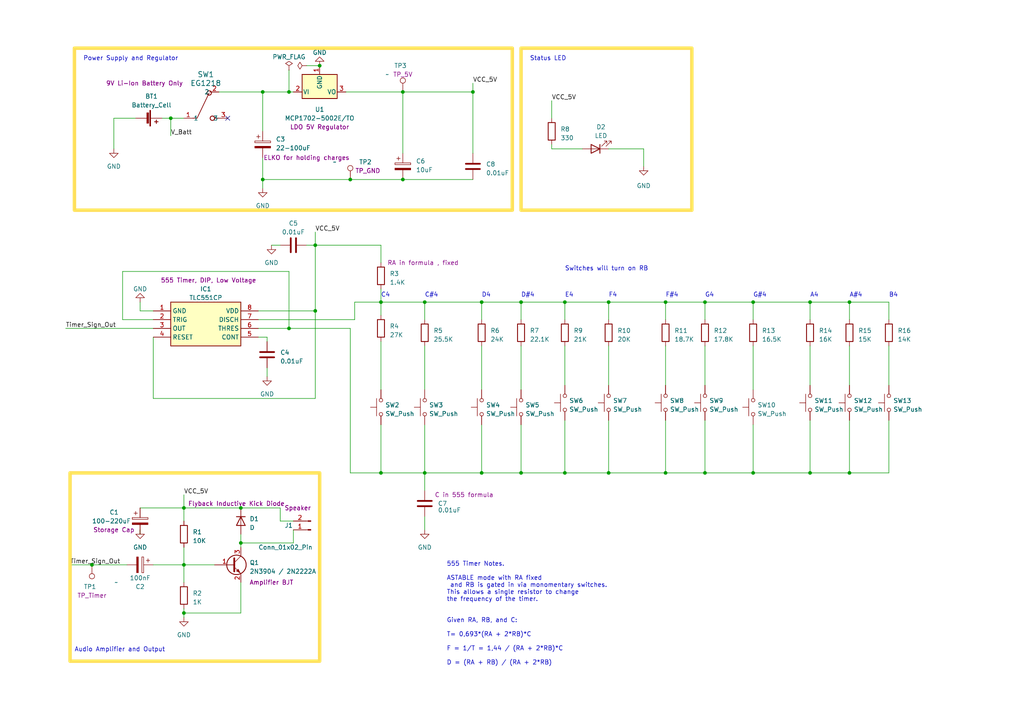
<source format=kicad_sch>
(kicad_sch (version 20230121) (generator eeschema)

  (uuid e7134a89-0175-410e-a2cf-a1ea705a8c32)

  (paper "A4")

  (title_block
    (title "Mini Piano")
    (date "2023-05-03")
    (rev "1")
    (company "Adam Gal")
    (comment 1 "Third KiCAD project")
  )

  (lib_symbols
    (symbol "Connector:Conn_01x02_Pin" (pin_names (offset 1.016) hide) (in_bom yes) (on_board yes)
      (property "Reference" "J" (at 0 2.54 0)
        (effects (font (size 1.27 1.27)))
      )
      (property "Value" "Conn_01x02_Pin" (at 0 -5.08 0)
        (effects (font (size 1.27 1.27)))
      )
      (property "Footprint" "" (at 0 0 0)
        (effects (font (size 1.27 1.27)) hide)
      )
      (property "Datasheet" "~" (at 0 0 0)
        (effects (font (size 1.27 1.27)) hide)
      )
      (property "ki_locked" "" (at 0 0 0)
        (effects (font (size 1.27 1.27)))
      )
      (property "ki_keywords" "connector" (at 0 0 0)
        (effects (font (size 1.27 1.27)) hide)
      )
      (property "ki_description" "Generic connector, single row, 01x02, script generated" (at 0 0 0)
        (effects (font (size 1.27 1.27)) hide)
      )
      (property "ki_fp_filters" "Connector*:*_1x??_*" (at 0 0 0)
        (effects (font (size 1.27 1.27)) hide)
      )
      (symbol "Conn_01x02_Pin_1_1"
        (polyline
          (pts
            (xy 1.27 -2.54)
            (xy 0.8636 -2.54)
          )
          (stroke (width 0.1524) (type default))
          (fill (type none))
        )
        (polyline
          (pts
            (xy 1.27 0)
            (xy 0.8636 0)
          )
          (stroke (width 0.1524) (type default))
          (fill (type none))
        )
        (rectangle (start 0.8636 -2.413) (end 0 -2.667)
          (stroke (width 0.1524) (type default))
          (fill (type outline))
        )
        (rectangle (start 0.8636 0.127) (end 0 -0.127)
          (stroke (width 0.1524) (type default))
          (fill (type outline))
        )
        (pin passive line (at 5.08 0 180) (length 3.81)
          (name "Pin_1" (effects (font (size 1.27 1.27))))
          (number "1" (effects (font (size 1.27 1.27))))
        )
        (pin passive line (at 5.08 -2.54 180) (length 3.81)
          (name "Pin_2" (effects (font (size 1.27 1.27))))
          (number "2" (effects (font (size 1.27 1.27))))
        )
      )
    )
    (symbol "Connector:TestPoint" (pin_numbers hide) (pin_names (offset 0.762) hide) (in_bom yes) (on_board yes)
      (property "Reference" "TP" (at 0 6.858 0)
        (effects (font (size 1.27 1.27)))
      )
      (property "Value" "TestPoint" (at 0 5.08 0)
        (effects (font (size 1.27 1.27)))
      )
      (property "Footprint" "" (at 5.08 0 0)
        (effects (font (size 1.27 1.27)) hide)
      )
      (property "Datasheet" "~" (at 5.08 0 0)
        (effects (font (size 1.27 1.27)) hide)
      )
      (property "ki_keywords" "test point tp" (at 0 0 0)
        (effects (font (size 1.27 1.27)) hide)
      )
      (property "ki_description" "test point" (at 0 0 0)
        (effects (font (size 1.27 1.27)) hide)
      )
      (property "ki_fp_filters" "Pin* Test*" (at 0 0 0)
        (effects (font (size 1.27 1.27)) hide)
      )
      (symbol "TestPoint_0_1"
        (circle (center 0 3.302) (radius 0.762)
          (stroke (width 0) (type default))
          (fill (type none))
        )
      )
      (symbol "TestPoint_1_1"
        (pin passive line (at 0 0 90) (length 2.54)
          (name "1" (effects (font (size 1.27 1.27))))
          (number "1" (effects (font (size 1.27 1.27))))
        )
      )
    )
    (symbol "Device:Battery_Cell" (pin_numbers hide) (pin_names (offset 0) hide) (in_bom yes) (on_board yes)
      (property "Reference" "BT" (at 2.54 2.54 0)
        (effects (font (size 1.27 1.27)) (justify left))
      )
      (property "Value" "Battery_Cell" (at 2.54 0 0)
        (effects (font (size 1.27 1.27)) (justify left))
      )
      (property "Footprint" "" (at 0 1.524 90)
        (effects (font (size 1.27 1.27)) hide)
      )
      (property "Datasheet" "~" (at 0 1.524 90)
        (effects (font (size 1.27 1.27)) hide)
      )
      (property "ki_keywords" "battery cell" (at 0 0 0)
        (effects (font (size 1.27 1.27)) hide)
      )
      (property "ki_description" "Single-cell battery" (at 0 0 0)
        (effects (font (size 1.27 1.27)) hide)
      )
      (symbol "Battery_Cell_0_1"
        (rectangle (start -2.286 1.778) (end 2.286 1.524)
          (stroke (width 0) (type default))
          (fill (type outline))
        )
        (rectangle (start -1.5748 1.1938) (end 1.4732 0.6858)
          (stroke (width 0) (type default))
          (fill (type outline))
        )
        (polyline
          (pts
            (xy 0 0.762)
            (xy 0 0)
          )
          (stroke (width 0) (type default))
          (fill (type none))
        )
        (polyline
          (pts
            (xy 0 1.778)
            (xy 0 2.54)
          )
          (stroke (width 0) (type default))
          (fill (type none))
        )
        (polyline
          (pts
            (xy 0.508 3.429)
            (xy 1.524 3.429)
          )
          (stroke (width 0.254) (type default))
          (fill (type none))
        )
        (polyline
          (pts
            (xy 1.016 3.937)
            (xy 1.016 2.921)
          )
          (stroke (width 0.254) (type default))
          (fill (type none))
        )
      )
      (symbol "Battery_Cell_1_1"
        (pin passive line (at 0 5.08 270) (length 2.54)
          (name "+" (effects (font (size 1.27 1.27))))
          (number "1" (effects (font (size 1.27 1.27))))
        )
        (pin passive line (at 0 -2.54 90) (length 2.54)
          (name "-" (effects (font (size 1.27 1.27))))
          (number "2" (effects (font (size 1.27 1.27))))
        )
      )
    )
    (symbol "Device:C" (pin_numbers hide) (pin_names (offset 0.254)) (in_bom yes) (on_board yes)
      (property "Reference" "C" (at 0.635 2.54 0)
        (effects (font (size 1.27 1.27)) (justify left))
      )
      (property "Value" "C" (at 0.635 -2.54 0)
        (effects (font (size 1.27 1.27)) (justify left))
      )
      (property "Footprint" "" (at 0.9652 -3.81 0)
        (effects (font (size 1.27 1.27)) hide)
      )
      (property "Datasheet" "~" (at 0 0 0)
        (effects (font (size 1.27 1.27)) hide)
      )
      (property "ki_keywords" "cap capacitor" (at 0 0 0)
        (effects (font (size 1.27 1.27)) hide)
      )
      (property "ki_description" "Unpolarized capacitor" (at 0 0 0)
        (effects (font (size 1.27 1.27)) hide)
      )
      (property "ki_fp_filters" "C_*" (at 0 0 0)
        (effects (font (size 1.27 1.27)) hide)
      )
      (symbol "C_0_1"
        (polyline
          (pts
            (xy -2.032 -0.762)
            (xy 2.032 -0.762)
          )
          (stroke (width 0.508) (type default))
          (fill (type none))
        )
        (polyline
          (pts
            (xy -2.032 0.762)
            (xy 2.032 0.762)
          )
          (stroke (width 0.508) (type default))
          (fill (type none))
        )
      )
      (symbol "C_1_1"
        (pin passive line (at 0 3.81 270) (length 2.794)
          (name "~" (effects (font (size 1.27 1.27))))
          (number "1" (effects (font (size 1.27 1.27))))
        )
        (pin passive line (at 0 -3.81 90) (length 2.794)
          (name "~" (effects (font (size 1.27 1.27))))
          (number "2" (effects (font (size 1.27 1.27))))
        )
      )
    )
    (symbol "Device:C_Polarized" (pin_numbers hide) (pin_names (offset 0.254)) (in_bom yes) (on_board yes)
      (property "Reference" "C" (at 0.635 2.54 0)
        (effects (font (size 1.27 1.27)) (justify left))
      )
      (property "Value" "C_Polarized" (at 0.635 -2.54 0)
        (effects (font (size 1.27 1.27)) (justify left))
      )
      (property "Footprint" "" (at 0.9652 -3.81 0)
        (effects (font (size 1.27 1.27)) hide)
      )
      (property "Datasheet" "~" (at 0 0 0)
        (effects (font (size 1.27 1.27)) hide)
      )
      (property "ki_keywords" "cap capacitor" (at 0 0 0)
        (effects (font (size 1.27 1.27)) hide)
      )
      (property "ki_description" "Polarized capacitor" (at 0 0 0)
        (effects (font (size 1.27 1.27)) hide)
      )
      (property "ki_fp_filters" "CP_*" (at 0 0 0)
        (effects (font (size 1.27 1.27)) hide)
      )
      (symbol "C_Polarized_0_1"
        (rectangle (start -2.286 0.508) (end 2.286 1.016)
          (stroke (width 0) (type default))
          (fill (type none))
        )
        (polyline
          (pts
            (xy -1.778 2.286)
            (xy -0.762 2.286)
          )
          (stroke (width 0) (type default))
          (fill (type none))
        )
        (polyline
          (pts
            (xy -1.27 2.794)
            (xy -1.27 1.778)
          )
          (stroke (width 0) (type default))
          (fill (type none))
        )
        (rectangle (start 2.286 -0.508) (end -2.286 -1.016)
          (stroke (width 0) (type default))
          (fill (type outline))
        )
      )
      (symbol "C_Polarized_1_1"
        (pin passive line (at 0 3.81 270) (length 2.794)
          (name "~" (effects (font (size 1.27 1.27))))
          (number "1" (effects (font (size 1.27 1.27))))
        )
        (pin passive line (at 0 -3.81 90) (length 2.794)
          (name "~" (effects (font (size 1.27 1.27))))
          (number "2" (effects (font (size 1.27 1.27))))
        )
      )
    )
    (symbol "Device:D" (pin_numbers hide) (pin_names (offset 1.016) hide) (in_bom yes) (on_board yes)
      (property "Reference" "D" (at 0 2.54 0)
        (effects (font (size 1.27 1.27)))
      )
      (property "Value" "D" (at 0 -2.54 0)
        (effects (font (size 1.27 1.27)))
      )
      (property "Footprint" "" (at 0 0 0)
        (effects (font (size 1.27 1.27)) hide)
      )
      (property "Datasheet" "~" (at 0 0 0)
        (effects (font (size 1.27 1.27)) hide)
      )
      (property "Sim.Device" "D" (at 0 0 0)
        (effects (font (size 1.27 1.27)) hide)
      )
      (property "Sim.Pins" "1=K 2=A" (at 0 0 0)
        (effects (font (size 1.27 1.27)) hide)
      )
      (property "ki_keywords" "diode" (at 0 0 0)
        (effects (font (size 1.27 1.27)) hide)
      )
      (property "ki_description" "Diode" (at 0 0 0)
        (effects (font (size 1.27 1.27)) hide)
      )
      (property "ki_fp_filters" "TO-???* *_Diode_* *SingleDiode* D_*" (at 0 0 0)
        (effects (font (size 1.27 1.27)) hide)
      )
      (symbol "D_0_1"
        (polyline
          (pts
            (xy -1.27 1.27)
            (xy -1.27 -1.27)
          )
          (stroke (width 0.254) (type default))
          (fill (type none))
        )
        (polyline
          (pts
            (xy 1.27 0)
            (xy -1.27 0)
          )
          (stroke (width 0) (type default))
          (fill (type none))
        )
        (polyline
          (pts
            (xy 1.27 1.27)
            (xy 1.27 -1.27)
            (xy -1.27 0)
            (xy 1.27 1.27)
          )
          (stroke (width 0.254) (type default))
          (fill (type none))
        )
      )
      (symbol "D_1_1"
        (pin passive line (at -3.81 0 0) (length 2.54)
          (name "K" (effects (font (size 1.27 1.27))))
          (number "1" (effects (font (size 1.27 1.27))))
        )
        (pin passive line (at 3.81 0 180) (length 2.54)
          (name "A" (effects (font (size 1.27 1.27))))
          (number "2" (effects (font (size 1.27 1.27))))
        )
      )
    )
    (symbol "Device:LED" (pin_numbers hide) (pin_names (offset 1.016) hide) (in_bom yes) (on_board yes)
      (property "Reference" "D" (at 0 2.54 0)
        (effects (font (size 1.27 1.27)))
      )
      (property "Value" "LED" (at 0 -2.54 0)
        (effects (font (size 1.27 1.27)))
      )
      (property "Footprint" "" (at 0 0 0)
        (effects (font (size 1.27 1.27)) hide)
      )
      (property "Datasheet" "~" (at 0 0 0)
        (effects (font (size 1.27 1.27)) hide)
      )
      (property "ki_keywords" "LED diode" (at 0 0 0)
        (effects (font (size 1.27 1.27)) hide)
      )
      (property "ki_description" "Light emitting diode" (at 0 0 0)
        (effects (font (size 1.27 1.27)) hide)
      )
      (property "ki_fp_filters" "LED* LED_SMD:* LED_THT:*" (at 0 0 0)
        (effects (font (size 1.27 1.27)) hide)
      )
      (symbol "LED_0_1"
        (polyline
          (pts
            (xy -1.27 -1.27)
            (xy -1.27 1.27)
          )
          (stroke (width 0.254) (type default))
          (fill (type none))
        )
        (polyline
          (pts
            (xy -1.27 0)
            (xy 1.27 0)
          )
          (stroke (width 0) (type default))
          (fill (type none))
        )
        (polyline
          (pts
            (xy 1.27 -1.27)
            (xy 1.27 1.27)
            (xy -1.27 0)
            (xy 1.27 -1.27)
          )
          (stroke (width 0.254) (type default))
          (fill (type none))
        )
        (polyline
          (pts
            (xy -3.048 -0.762)
            (xy -4.572 -2.286)
            (xy -3.81 -2.286)
            (xy -4.572 -2.286)
            (xy -4.572 -1.524)
          )
          (stroke (width 0) (type default))
          (fill (type none))
        )
        (polyline
          (pts
            (xy -1.778 -0.762)
            (xy -3.302 -2.286)
            (xy -2.54 -2.286)
            (xy -3.302 -2.286)
            (xy -3.302 -1.524)
          )
          (stroke (width 0) (type default))
          (fill (type none))
        )
      )
      (symbol "LED_1_1"
        (pin passive line (at -3.81 0 0) (length 2.54)
          (name "K" (effects (font (size 1.27 1.27))))
          (number "1" (effects (font (size 1.27 1.27))))
        )
        (pin passive line (at 3.81 0 180) (length 2.54)
          (name "A" (effects (font (size 1.27 1.27))))
          (number "2" (effects (font (size 1.27 1.27))))
        )
      )
    )
    (symbol "Device:Q_NPN_BEC" (pin_names (offset 0) hide) (in_bom yes) (on_board yes)
      (property "Reference" "Q" (at 5.08 1.27 0)
        (effects (font (size 1.27 1.27)) (justify left))
      )
      (property "Value" "Q_NPN_BEC" (at 5.08 -1.27 0)
        (effects (font (size 1.27 1.27)) (justify left))
      )
      (property "Footprint" "" (at 5.08 2.54 0)
        (effects (font (size 1.27 1.27)) hide)
      )
      (property "Datasheet" "~" (at 0 0 0)
        (effects (font (size 1.27 1.27)) hide)
      )
      (property "ki_keywords" "transistor NPN" (at 0 0 0)
        (effects (font (size 1.27 1.27)) hide)
      )
      (property "ki_description" "NPN transistor, base/emitter/collector" (at 0 0 0)
        (effects (font (size 1.27 1.27)) hide)
      )
      (symbol "Q_NPN_BEC_0_1"
        (polyline
          (pts
            (xy 0.635 0.635)
            (xy 2.54 2.54)
          )
          (stroke (width 0) (type default))
          (fill (type none))
        )
        (polyline
          (pts
            (xy 0.635 -0.635)
            (xy 2.54 -2.54)
            (xy 2.54 -2.54)
          )
          (stroke (width 0) (type default))
          (fill (type none))
        )
        (polyline
          (pts
            (xy 0.635 1.905)
            (xy 0.635 -1.905)
            (xy 0.635 -1.905)
          )
          (stroke (width 0.508) (type default))
          (fill (type none))
        )
        (polyline
          (pts
            (xy 1.27 -1.778)
            (xy 1.778 -1.27)
            (xy 2.286 -2.286)
            (xy 1.27 -1.778)
            (xy 1.27 -1.778)
          )
          (stroke (width 0) (type default))
          (fill (type outline))
        )
        (circle (center 1.27 0) (radius 2.8194)
          (stroke (width 0.254) (type default))
          (fill (type none))
        )
      )
      (symbol "Q_NPN_BEC_1_1"
        (pin input line (at -5.08 0 0) (length 5.715)
          (name "B" (effects (font (size 1.27 1.27))))
          (number "1" (effects (font (size 1.27 1.27))))
        )
        (pin passive line (at 2.54 -5.08 90) (length 2.54)
          (name "E" (effects (font (size 1.27 1.27))))
          (number "2" (effects (font (size 1.27 1.27))))
        )
        (pin passive line (at 2.54 5.08 270) (length 2.54)
          (name "C" (effects (font (size 1.27 1.27))))
          (number "3" (effects (font (size 1.27 1.27))))
        )
      )
    )
    (symbol "Device:R" (pin_numbers hide) (pin_names (offset 0)) (in_bom yes) (on_board yes)
      (property "Reference" "R" (at 2.032 0 90)
        (effects (font (size 1.27 1.27)))
      )
      (property "Value" "R" (at 0 0 90)
        (effects (font (size 1.27 1.27)))
      )
      (property "Footprint" "" (at -1.778 0 90)
        (effects (font (size 1.27 1.27)) hide)
      )
      (property "Datasheet" "~" (at 0 0 0)
        (effects (font (size 1.27 1.27)) hide)
      )
      (property "ki_keywords" "R res resistor" (at 0 0 0)
        (effects (font (size 1.27 1.27)) hide)
      )
      (property "ki_description" "Resistor" (at 0 0 0)
        (effects (font (size 1.27 1.27)) hide)
      )
      (property "ki_fp_filters" "R_*" (at 0 0 0)
        (effects (font (size 1.27 1.27)) hide)
      )
      (symbol "R_0_1"
        (rectangle (start -1.016 -2.54) (end 1.016 2.54)
          (stroke (width 0.254) (type default))
          (fill (type none))
        )
      )
      (symbol "R_1_1"
        (pin passive line (at 0 3.81 270) (length 1.27)
          (name "~" (effects (font (size 1.27 1.27))))
          (number "1" (effects (font (size 1.27 1.27))))
        )
        (pin passive line (at 0 -3.81 90) (length 1.27)
          (name "~" (effects (font (size 1.27 1.27))))
          (number "2" (effects (font (size 1.27 1.27))))
        )
      )
    )
    (symbol "EG1218:EG1218" (pin_names (offset 0.254)) (in_bom yes) (on_board yes)
      (property "Reference" "SW" (at 7.62 15.24 0)
        (effects (font (size 1.524 1.524)))
      )
      (property "Value" "EG1218" (at 0 0 0)
        (effects (font (size 1.524 1.524)))
      )
      (property "Footprint" "SW_1218_EWI" (at 0 0 0)
        (effects (font (size 1.27 1.27) italic) hide)
      )
      (property "Datasheet" "EG1218" (at 0 0 0)
        (effects (font (size 1.27 1.27) italic) hide)
      )
      (property "ki_locked" "" (at 0 0 0)
        (effects (font (size 1.27 1.27)))
      )
      (property "ki_keywords" "EG1218" (at 0 0 0)
        (effects (font (size 1.27 1.27)) hide)
      )
      (property "ki_fp_filters" "SW_1218_EWI" (at 0 0 0)
        (effects (font (size 1.27 1.27)) hide)
      )
      (symbol "EG1218_0_1"
        (polyline
          (pts
            (xy 2.54 0)
            (xy 3.81 0)
          )
          (stroke (width 0.2032) (type default))
          (fill (type none))
        )
        (polyline
          (pts
            (xy 7.3251 7.3251)
            (xy 3.81 0)
          )
          (stroke (width 0.2032) (type default))
          (fill (type none))
        )
        (polyline
          (pts
            (xy 10.16 0)
            (xy 8.89 0)
          )
          (stroke (width 0.2032) (type default))
          (fill (type none))
        )
        (circle (center 7.3251 7.3251) (radius 0.635)
          (stroke (width 0.254) (type default))
          (fill (type none))
        )
        (circle (center 8.255 0) (radius 0.635)
          (stroke (width 0.254) (type default))
          (fill (type none))
        )
        (pin unspecified line (at 0 0 0) (length 2.54)
          (name "1" (effects (font (size 1.27 1.27))))
          (number "1" (effects (font (size 1.27 1.27))))
        )
        (pin unspecified line (at 10.16 7.62 180) (length 2.54)
          (name "2" (effects (font (size 1.27 1.27))))
          (number "2" (effects (font (size 1.27 1.27))))
        )
        (pin unspecified line (at 12.7 0 180) (length 2.54)
          (name "3" (effects (font (size 1.27 1.27))))
          (number "3" (effects (font (size 1.27 1.27))))
        )
      )
    )
    (symbol "Regulator_Linear:MCP1700x-500xxTO" (pin_names (offset 0.254)) (in_bom yes) (on_board yes)
      (property "Reference" "U" (at -3.81 -3.175 0)
        (effects (font (size 1.27 1.27)))
      )
      (property "Value" "MCP1700x-500xxTO" (at 0 -3.175 0)
        (effects (font (size 1.27 1.27)) (justify left))
      )
      (property "Footprint" "Package_TO_SOT_THT:TO-92_Inline" (at 0 -5.08 0)
        (effects (font (size 1.27 1.27) italic) hide)
      )
      (property "Datasheet" "http://ww1.microchip.com/downloads/en/DeviceDoc/20001826D.pdf" (at 0 0 0)
        (effects (font (size 1.27 1.27)) hide)
      )
      (property "ki_keywords" "regulator linear ldo" (at 0 0 0)
        (effects (font (size 1.27 1.27)) hide)
      )
      (property "ki_description" "250mA Low Quiscent Current LDO, 5.0V output, TO-92" (at 0 0 0)
        (effects (font (size 1.27 1.27)) hide)
      )
      (property "ki_fp_filters" "TO?92*" (at 0 0 0)
        (effects (font (size 1.27 1.27)) hide)
      )
      (symbol "MCP1700x-500xxTO_0_1"
        (rectangle (start -5.08 5.08) (end 5.08 -1.905)
          (stroke (width 0.254) (type default))
          (fill (type background))
        )
      )
      (symbol "MCP1700x-500xxTO_1_1"
        (pin power_in line (at 0 7.62 270) (length 2.54)
          (name "GND" (effects (font (size 1.27 1.27))))
          (number "1" (effects (font (size 1.27 1.27))))
        )
        (pin power_in line (at -7.62 0 0) (length 2.54)
          (name "VI" (effects (font (size 1.27 1.27))))
          (number "2" (effects (font (size 1.27 1.27))))
        )
        (pin power_out line (at 7.62 0 180) (length 2.54)
          (name "VO" (effects (font (size 1.27 1.27))))
          (number "3" (effects (font (size 1.27 1.27))))
        )
      )
    )
    (symbol "Switch:SW_Push" (pin_numbers hide) (pin_names (offset 1.016) hide) (in_bom yes) (on_board yes)
      (property "Reference" "SW" (at 1.27 2.54 0)
        (effects (font (size 1.27 1.27)) (justify left))
      )
      (property "Value" "SW_Push" (at 0 -1.524 0)
        (effects (font (size 1.27 1.27)))
      )
      (property "Footprint" "" (at 0 5.08 0)
        (effects (font (size 1.27 1.27)) hide)
      )
      (property "Datasheet" "~" (at 0 5.08 0)
        (effects (font (size 1.27 1.27)) hide)
      )
      (property "ki_keywords" "switch normally-open pushbutton push-button" (at 0 0 0)
        (effects (font (size 1.27 1.27)) hide)
      )
      (property "ki_description" "Push button switch, generic, two pins" (at 0 0 0)
        (effects (font (size 1.27 1.27)) hide)
      )
      (symbol "SW_Push_0_1"
        (circle (center -2.032 0) (radius 0.508)
          (stroke (width 0) (type default))
          (fill (type none))
        )
        (polyline
          (pts
            (xy 0 1.27)
            (xy 0 3.048)
          )
          (stroke (width 0) (type default))
          (fill (type none))
        )
        (polyline
          (pts
            (xy 2.54 1.27)
            (xy -2.54 1.27)
          )
          (stroke (width 0) (type default))
          (fill (type none))
        )
        (circle (center 2.032 0) (radius 0.508)
          (stroke (width 0) (type default))
          (fill (type none))
        )
        (pin passive line (at -5.08 0 0) (length 2.54)
          (name "1" (effects (font (size 1.27 1.27))))
          (number "1" (effects (font (size 1.27 1.27))))
        )
        (pin passive line (at 5.08 0 180) (length 2.54)
          (name "2" (effects (font (size 1.27 1.27))))
          (number "2" (effects (font (size 1.27 1.27))))
        )
      )
    )
    (symbol "TLC551CP:TLC551CP" (in_bom yes) (on_board yes)
      (property "Reference" "IC" (at 26.67 7.62 0)
        (effects (font (size 1.27 1.27)) (justify left top))
      )
      (property "Value" "TLC551CP" (at 26.67 5.08 0)
        (effects (font (size 1.27 1.27)) (justify left top))
      )
      (property "Footprint" "DIP762W53P254L981H508Q8N" (at 26.67 -94.92 0)
        (effects (font (size 1.27 1.27)) (justify left top) hide)
      )
      (property "Datasheet" "https://datasheet.datasheetarchive.com/originals/distributors/SFDatasheet-6/sf-000131099.pdf" (at 26.67 -194.92 0)
        (effects (font (size 1.27 1.27)) (justify left top) hide)
      )
      (property "Height" "5.08" (at 26.67 -394.92 0)
        (effects (font (size 1.27 1.27)) (justify left top) hide)
      )
      (property "Mouser Part Number" "595-TLC551CP" (at 26.67 -494.92 0)
        (effects (font (size 1.27 1.27)) (justify left top) hide)
      )
      (property "Mouser Price/Stock" "https://www.mouser.co.uk/ProductDetail/Texas-Instruments/TLC551CP?qs=gb35HGp1gQIPYrGfgffcyw%3D%3D" (at 26.67 -594.92 0)
        (effects (font (size 1.27 1.27)) (justify left top) hide)
      )
      (property "Manufacturer_Name" "Texas Instruments" (at 26.67 -694.92 0)
        (effects (font (size 1.27 1.27)) (justify left top) hide)
      )
      (property "Manufacturer_Part_Number" "TLC551CP" (at 26.67 -794.92 0)
        (effects (font (size 1.27 1.27)) (justify left top) hide)
      )
      (property "ki_description" "TLC551CP, Timer 2MHz, 1  15 V, 8-Pin PDIP-8" (at 0 0 0)
        (effects (font (size 1.27 1.27)) hide)
      )
      (symbol "TLC551CP_1_1"
        (rectangle (start 5.08 2.54) (end 25.4 -10.16)
          (stroke (width 0.254) (type default))
          (fill (type background))
        )
        (pin passive line (at 0 0 0) (length 5.08)
          (name "GND" (effects (font (size 1.27 1.27))))
          (number "1" (effects (font (size 1.27 1.27))))
        )
        (pin passive line (at 0 -2.54 0) (length 5.08)
          (name "TRIG" (effects (font (size 1.27 1.27))))
          (number "2" (effects (font (size 1.27 1.27))))
        )
        (pin passive line (at 0 -5.08 0) (length 5.08)
          (name "OUT" (effects (font (size 1.27 1.27))))
          (number "3" (effects (font (size 1.27 1.27))))
        )
        (pin passive line (at 0 -7.62 0) (length 5.08)
          (name "RESET" (effects (font (size 1.27 1.27))))
          (number "4" (effects (font (size 1.27 1.27))))
        )
        (pin passive line (at 30.48 -7.62 180) (length 5.08)
          (name "CONT" (effects (font (size 1.27 1.27))))
          (number "5" (effects (font (size 1.27 1.27))))
        )
        (pin passive line (at 30.48 -5.08 180) (length 5.08)
          (name "THRES" (effects (font (size 1.27 1.27))))
          (number "6" (effects (font (size 1.27 1.27))))
        )
        (pin passive line (at 30.48 -2.54 180) (length 5.08)
          (name "DISCH" (effects (font (size 1.27 1.27))))
          (number "7" (effects (font (size 1.27 1.27))))
        )
        (pin passive line (at 30.48 0 180) (length 5.08)
          (name "VDD" (effects (font (size 1.27 1.27))))
          (number "8" (effects (font (size 1.27 1.27))))
        )
      )
    )
    (symbol "power:GND" (power) (pin_names (offset 0)) (in_bom yes) (on_board yes)
      (property "Reference" "#PWR" (at 0 -6.35 0)
        (effects (font (size 1.27 1.27)) hide)
      )
      (property "Value" "GND" (at 0 -3.81 0)
        (effects (font (size 1.27 1.27)))
      )
      (property "Footprint" "" (at 0 0 0)
        (effects (font (size 1.27 1.27)) hide)
      )
      (property "Datasheet" "" (at 0 0 0)
        (effects (font (size 1.27 1.27)) hide)
      )
      (property "ki_keywords" "global power" (at 0 0 0)
        (effects (font (size 1.27 1.27)) hide)
      )
      (property "ki_description" "Power symbol creates a global label with name \"GND\" , ground" (at 0 0 0)
        (effects (font (size 1.27 1.27)) hide)
      )
      (symbol "GND_0_1"
        (polyline
          (pts
            (xy 0 0)
            (xy 0 -1.27)
            (xy 1.27 -1.27)
            (xy 0 -2.54)
            (xy -1.27 -1.27)
            (xy 0 -1.27)
          )
          (stroke (width 0) (type default))
          (fill (type none))
        )
      )
      (symbol "GND_1_1"
        (pin power_in line (at 0 0 270) (length 0) hide
          (name "GND" (effects (font (size 1.27 1.27))))
          (number "1" (effects (font (size 1.27 1.27))))
        )
      )
    )
    (symbol "power:PWR_FLAG" (power) (pin_numbers hide) (pin_names (offset 0) hide) (in_bom yes) (on_board yes)
      (property "Reference" "#FLG" (at 0 1.905 0)
        (effects (font (size 1.27 1.27)) hide)
      )
      (property "Value" "PWR_FLAG" (at 0 3.81 0)
        (effects (font (size 1.27 1.27)))
      )
      (property "Footprint" "" (at 0 0 0)
        (effects (font (size 1.27 1.27)) hide)
      )
      (property "Datasheet" "~" (at 0 0 0)
        (effects (font (size 1.27 1.27)) hide)
      )
      (property "ki_keywords" "flag power" (at 0 0 0)
        (effects (font (size 1.27 1.27)) hide)
      )
      (property "ki_description" "Special symbol for telling ERC where power comes from" (at 0 0 0)
        (effects (font (size 1.27 1.27)) hide)
      )
      (symbol "PWR_FLAG_0_0"
        (pin power_out line (at 0 0 90) (length 0)
          (name "pwr" (effects (font (size 1.27 1.27))))
          (number "1" (effects (font (size 1.27 1.27))))
        )
      )
      (symbol "PWR_FLAG_0_1"
        (polyline
          (pts
            (xy 0 0)
            (xy 0 1.27)
            (xy -1.016 1.905)
            (xy 0 2.54)
            (xy 1.016 1.905)
            (xy 0 1.27)
          )
          (stroke (width 0) (type default))
          (fill (type none))
        )
      )
    )
  )


  (junction (at 123.19 137.16) (diameter 0) (color 0 0 0 0)
    (uuid 070291f5-c2a3-4b21-bcfa-8b45a18b5288)
  )
  (junction (at 193.04 87.63) (diameter 0) (color 0 0 0 0)
    (uuid 115b8628-3f11-4fb7-9c95-20bad26e96f1)
  )
  (junction (at 91.44 71.12) (diameter 0) (color 0 0 0 0)
    (uuid 147a3efb-cab4-4ce7-8304-c42534123280)
  )
  (junction (at 83.82 26.67) (diameter 0) (color 0 0 0 0)
    (uuid 1fab5a5c-1667-4c85-981d-33cb10fa0bf2)
  )
  (junction (at 69.85 157.48) (diameter 0) (color 0 0 0 0)
    (uuid 224f8c45-f848-429c-940e-f19dd9b6a459)
  )
  (junction (at 234.95 137.16) (diameter 0) (color 0 0 0 0)
    (uuid 2aea7d82-a9a8-48b6-9593-1a6e7af2275e)
  )
  (junction (at 92.71 19.05) (diameter 0) (color 0 0 0 0)
    (uuid 4837d95e-5b78-4915-87c5-950bf5ec927d)
  )
  (junction (at 204.47 137.16) (diameter 0) (color 0 0 0 0)
    (uuid 50ac8ace-b294-4140-a19f-c06d9549a00b)
  )
  (junction (at 110.49 137.16) (diameter 0) (color 0 0 0 0)
    (uuid 52d3d65f-b69c-4476-a0e3-fe4a98faf699)
  )
  (junction (at 151.13 87.63) (diameter 0) (color 0 0 0 0)
    (uuid 5bc88d27-d65b-45c4-9fd1-3c7220ddbb05)
  )
  (junction (at 163.83 87.63) (diameter 0) (color 0 0 0 0)
    (uuid 6b4bcb87-418c-4fa9-80b3-1b701368a8c4)
  )
  (junction (at 26.67 163.83) (diameter 0) (color 0 0 0 0)
    (uuid 6b549c8c-4e89-49c3-bf21-27098e0d6f56)
  )
  (junction (at 163.83 137.16) (diameter 0) (color 0 0 0 0)
    (uuid 71eee1a4-8d19-41ad-a7ff-118c18214dea)
  )
  (junction (at 204.47 87.63) (diameter 0) (color 0 0 0 0)
    (uuid 733a5637-5661-491d-9125-57c8db718d1b)
  )
  (junction (at 53.34 163.83) (diameter 0) (color 0 0 0 0)
    (uuid 7a714d78-3ff7-4a63-a654-7e49ed4c3cc8)
  )
  (junction (at 76.2 26.67) (diameter 0) (color 0 0 0 0)
    (uuid 7f5a4923-972b-4e7c-8cbe-2a6f80322228)
  )
  (junction (at 49.53 34.29) (diameter 0) (color 0 0 0 0)
    (uuid 84b6b3c0-be89-4f16-b164-23af2a9bd2c6)
  )
  (junction (at 193.04 137.16) (diameter 0) (color 0 0 0 0)
    (uuid 863f3db8-9054-450e-b434-32bf892a4b84)
  )
  (junction (at 110.49 87.63) (diameter 0) (color 0 0 0 0)
    (uuid 90689a41-1f41-4010-8173-5aae2e9b1c21)
  )
  (junction (at 76.2 52.07) (diameter 0) (color 0 0 0 0)
    (uuid a78314e2-3c29-432b-8cce-00980935e802)
  )
  (junction (at 83.82 95.25) (diameter 0) (color 0 0 0 0)
    (uuid ab2e6a17-9428-4c33-93cd-5f2ba244414e)
  )
  (junction (at 176.53 137.16) (diameter 0) (color 0 0 0 0)
    (uuid af144697-f354-4082-b34e-7f309960eaeb)
  )
  (junction (at 139.7 137.16) (diameter 0) (color 0 0 0 0)
    (uuid b2aa7a7a-f633-4da6-8a03-fba38cbb792f)
  )
  (junction (at 139.7 87.63) (diameter 0) (color 0 0 0 0)
    (uuid b878d800-a317-4b6d-885f-9c8a9793e9ec)
  )
  (junction (at 176.53 87.63) (diameter 0) (color 0 0 0 0)
    (uuid ba329925-2da0-4f84-a89d-e3d6dafd9c75)
  )
  (junction (at 69.85 147.32) (diameter 0) (color 0 0 0 0)
    (uuid bc26f1c5-6287-4aad-90c7-c16d6ed8dea3)
  )
  (junction (at 53.34 147.32) (diameter 0) (color 0 0 0 0)
    (uuid c08b94cc-1504-4a18-95b3-5a1f96e12445)
  )
  (junction (at 53.34 177.8) (diameter 0) (color 0 0 0 0)
    (uuid c1b87632-05b9-450d-83d2-16bd6204be7d)
  )
  (junction (at 116.84 26.67) (diameter 0) (color 0 0 0 0)
    (uuid c3e552a3-a80f-492f-8f1e-4147c64c46ee)
  )
  (junction (at 101.6 52.07) (diameter 0) (color 0 0 0 0)
    (uuid ca28179c-5140-4790-bfd7-f7cc2d8e106e)
  )
  (junction (at 123.19 87.63) (diameter 0) (color 0 0 0 0)
    (uuid ceb19182-083c-4030-9948-4994b0ebc496)
  )
  (junction (at 234.95 87.63) (diameter 0) (color 0 0 0 0)
    (uuid d283cd76-f12b-4098-8e77-111e583deee8)
  )
  (junction (at 218.44 137.16) (diameter 0) (color 0 0 0 0)
    (uuid dccb408f-50dc-4cd8-901f-2f0f95e9cdc9)
  )
  (junction (at 246.38 137.16) (diameter 0) (color 0 0 0 0)
    (uuid e06c67d6-0805-4f12-8cea-00193db229a4)
  )
  (junction (at 91.44 90.17) (diameter 0) (color 0 0 0 0)
    (uuid ed770995-69d8-4b2c-b7f1-26630d93bf76)
  )
  (junction (at 218.44 87.63) (diameter 0) (color 0 0 0 0)
    (uuid ee939c60-2d80-4448-99d6-83acdc5dd08b)
  )
  (junction (at 246.38 87.63) (diameter 0) (color 0 0 0 0)
    (uuid ef12ade4-a3bc-4a5e-81f7-c543d203b480)
  )
  (junction (at 116.84 52.07) (diameter 0) (color 0 0 0 0)
    (uuid fa1412b3-e221-4b88-b0bd-3459adcf074a)
  )
  (junction (at 151.13 137.16) (diameter 0) (color 0 0 0 0)
    (uuid fa1e5e77-f749-4784-aa70-b7b457642603)
  )
  (junction (at 137.16 26.67) (diameter 0) (color 0 0 0 0)
    (uuid fa7615c2-dc0a-42ac-b3e3-39697da098d0)
  )

  (no_connect (at 66.04 34.29) (uuid 5e9d6d33-2c4b-463f-b809-37527e8fc8c4))

  (wire (pts (xy 123.19 87.63) (xy 110.49 87.63))
    (stroke (width 0) (type default))
    (uuid 014a26b1-9356-460b-a65e-dd4829fabbe6)
  )
  (wire (pts (xy 101.6 52.07) (xy 116.84 52.07))
    (stroke (width 0) (type default))
    (uuid 0208050d-34da-4a72-91ae-836b3cb17e62)
  )
  (wire (pts (xy 69.85 157.48) (xy 69.85 158.75))
    (stroke (width 0) (type default))
    (uuid 0447188d-5804-4cf3-9839-3f0753fcf5c2)
  )
  (wire (pts (xy 193.04 87.63) (xy 176.53 87.63))
    (stroke (width 0) (type default))
    (uuid 0479b2d4-8960-425c-b1e5-8bd02afc3646)
  )
  (wire (pts (xy 176.53 137.16) (xy 163.83 137.16))
    (stroke (width 0) (type default))
    (uuid 0517778e-38c3-4877-b044-34092dbdb292)
  )
  (wire (pts (xy 257.81 137.16) (xy 246.38 137.16))
    (stroke (width 0) (type default))
    (uuid 08365c83-3092-41b6-9f63-fb6279c18a79)
  )
  (wire (pts (xy 53.34 158.75) (xy 53.34 163.83))
    (stroke (width 0) (type default))
    (uuid 0eaecc92-a116-41e9-93fb-4166fdbd8eed)
  )
  (wire (pts (xy 234.95 121.92) (xy 234.95 137.16))
    (stroke (width 0) (type default))
    (uuid 1344094c-f231-4e60-a48c-4a8e29d68c30)
  )
  (wire (pts (xy 91.44 71.12) (xy 110.49 71.12))
    (stroke (width 0) (type default))
    (uuid 176e1125-7036-44b0-962d-113eb096fc22)
  )
  (wire (pts (xy 77.47 97.79) (xy 74.93 97.79))
    (stroke (width 0) (type default))
    (uuid 180a5e98-9156-4353-93e2-0a5d37037693)
  )
  (wire (pts (xy 246.38 137.16) (xy 234.95 137.16))
    (stroke (width 0) (type default))
    (uuid 186c1068-8e76-4e30-b3c1-a0f6d6c9b020)
  )
  (wire (pts (xy 53.34 163.83) (xy 62.23 163.83))
    (stroke (width 0) (type default))
    (uuid 19f28ba6-1ac5-4606-b1b3-d0284dd62284)
  )
  (wire (pts (xy 53.34 143.51) (xy 53.34 147.32))
    (stroke (width 0) (type default))
    (uuid 1d7ae376-fa65-454a-86cf-22c1aa7fff48)
  )
  (wire (pts (xy 193.04 121.92) (xy 193.04 137.16))
    (stroke (width 0) (type default))
    (uuid 1faa6635-1b10-4bc0-aacf-ac39a9d42f05)
  )
  (wire (pts (xy 85.09 157.48) (xy 69.85 157.48))
    (stroke (width 0) (type default))
    (uuid 2203bc5c-5cb0-4aa4-be23-1a2d21444030)
  )
  (wire (pts (xy 110.49 76.2) (xy 110.49 71.12))
    (stroke (width 0) (type default))
    (uuid 27e87fa8-0905-469a-bb55-ab8659ccaca1)
  )
  (wire (pts (xy 110.49 87.63) (xy 102.87 87.63))
    (stroke (width 0) (type default))
    (uuid 27f93b15-cf1e-4d33-83dd-e83a1056a057)
  )
  (wire (pts (xy 44.45 90.17) (xy 40.64 90.17))
    (stroke (width 0) (type default))
    (uuid 2f8c5c2c-1dc7-45c1-9ec4-aaf18d399601)
  )
  (wire (pts (xy 218.44 123.19) (xy 218.44 137.16))
    (stroke (width 0) (type default))
    (uuid 2fdb52b8-51a4-4841-b377-2b1cea292e28)
  )
  (wire (pts (xy 40.64 90.17) (xy 40.64 87.63))
    (stroke (width 0) (type default))
    (uuid 3338f7f9-e28d-437f-a6a4-b08ba88fab0d)
  )
  (wire (pts (xy 123.19 149.86) (xy 123.19 153.67))
    (stroke (width 0) (type default))
    (uuid 3b34b673-b6fb-4763-9b2c-d6fee139d02c)
  )
  (wire (pts (xy 44.45 115.57) (xy 91.44 115.57))
    (stroke (width 0) (type default))
    (uuid 3bfd999c-ee62-414e-9425-28d153df4393)
  )
  (wire (pts (xy 123.19 137.16) (xy 139.7 137.16))
    (stroke (width 0) (type default))
    (uuid 3c9a5657-1143-4e44-a65d-7910e92147e9)
  )
  (wire (pts (xy 218.44 92.71) (xy 218.44 87.63))
    (stroke (width 0) (type default))
    (uuid 3d809593-30fe-445a-a511-833f797a82f6)
  )
  (wire (pts (xy 151.13 123.19) (xy 151.13 137.16))
    (stroke (width 0) (type default))
    (uuid 3dcf7c4f-0bf8-4fb6-8b04-97776ba318b6)
  )
  (wire (pts (xy 91.44 71.12) (xy 91.44 90.17))
    (stroke (width 0) (type default))
    (uuid 3e2b2f3f-0e00-4ea7-b691-54e602a2ee08)
  )
  (wire (pts (xy 40.64 147.32) (xy 53.34 147.32))
    (stroke (width 0) (type default))
    (uuid 41a5b9d3-edb8-4a12-8948-e521317ee1f0)
  )
  (wire (pts (xy 163.83 121.92) (xy 163.83 137.16))
    (stroke (width 0) (type default))
    (uuid 42db61b0-cb41-4d65-ba0c-7c5e6c7886b7)
  )
  (wire (pts (xy 53.34 147.32) (xy 69.85 147.32))
    (stroke (width 0) (type default))
    (uuid 4af49701-f44e-4bb4-a678-0d52833cb019)
  )
  (wire (pts (xy 81.28 147.32) (xy 69.85 147.32))
    (stroke (width 0) (type default))
    (uuid 4c04d6ad-b327-453b-87d2-3ae93a2c3986)
  )
  (wire (pts (xy 35.56 78.74) (xy 35.56 92.71))
    (stroke (width 0) (type default))
    (uuid 4c8453aa-f328-48ee-8069-cacf63f2d3bd)
  )
  (wire (pts (xy 110.49 137.16) (xy 123.19 137.16))
    (stroke (width 0) (type default))
    (uuid 4ed7d9e6-b331-4fa2-8736-41c8f08bccc6)
  )
  (wire (pts (xy 74.93 92.71) (xy 102.87 92.71))
    (stroke (width 0) (type default))
    (uuid 5199e891-cb0c-49f5-bec4-5a92eaf72dd8)
  )
  (wire (pts (xy 204.47 92.71) (xy 204.47 87.63))
    (stroke (width 0) (type default))
    (uuid 52e4adc5-8aa3-4996-a91e-e9b2f3ccce14)
  )
  (wire (pts (xy 53.34 163.83) (xy 53.34 168.91))
    (stroke (width 0) (type default))
    (uuid 53a04aa9-f1a1-4e55-aefc-76045142c35d)
  )
  (wire (pts (xy 163.83 87.63) (xy 176.53 87.63))
    (stroke (width 0) (type default))
    (uuid 53bd24ce-44a0-49b5-984c-93e9c6bf4892)
  )
  (wire (pts (xy 176.53 92.71) (xy 176.53 87.63))
    (stroke (width 0) (type default))
    (uuid 55e4d7db-35e1-41dd-8d2e-f16a7e82962c)
  )
  (wire (pts (xy 49.53 39.37) (xy 49.53 34.29))
    (stroke (width 0) (type default))
    (uuid 56cf5158-aea9-4e3e-8be8-c356ede7ad74)
  )
  (wire (pts (xy 160.02 43.18) (xy 160.02 41.91))
    (stroke (width 0) (type default))
    (uuid 590cfab3-e145-477d-8521-724f90711094)
  )
  (wire (pts (xy 204.47 87.63) (xy 193.04 87.63))
    (stroke (width 0) (type default))
    (uuid 5a040ce5-897b-41a0-b01e-f6f4a7c8d3c1)
  )
  (wire (pts (xy 139.7 92.71) (xy 139.7 87.63))
    (stroke (width 0) (type default))
    (uuid 5cc1b6a0-2fba-4761-bedd-231f072b2923)
  )
  (wire (pts (xy 83.82 95.25) (xy 74.93 95.25))
    (stroke (width 0) (type default))
    (uuid 5d77e4c9-9092-47a3-a436-6c2b11299c16)
  )
  (wire (pts (xy 123.19 92.71) (xy 123.19 87.63))
    (stroke (width 0) (type default))
    (uuid 5fcc6e7a-a22a-4ee2-8adc-85274a3084bb)
  )
  (wire (pts (xy 69.85 154.94) (xy 69.85 157.48))
    (stroke (width 0) (type default))
    (uuid 63092438-81cf-45c4-9b47-2f413ed541cc)
  )
  (wire (pts (xy 176.53 121.92) (xy 176.53 137.16))
    (stroke (width 0) (type default))
    (uuid 63d98d7a-3e01-497c-ae97-c5faa9afe6fc)
  )
  (wire (pts (xy 53.34 177.8) (xy 53.34 179.07))
    (stroke (width 0) (type default))
    (uuid 65206d3e-3d2c-4c7c-a072-049379ead3f0)
  )
  (wire (pts (xy 33.02 34.29) (xy 33.02 43.18))
    (stroke (width 0) (type default))
    (uuid 663505ff-8cf3-4e08-ae00-2141b3e63a21)
  )
  (wire (pts (xy 88.9 71.12) (xy 91.44 71.12))
    (stroke (width 0) (type default))
    (uuid 6bd826b5-18bc-476d-afe5-a24e8d155c2b)
  )
  (wire (pts (xy 186.69 43.18) (xy 176.53 43.18))
    (stroke (width 0) (type default))
    (uuid 6beefe75-f811-49f8-aa2d-e162d4366db2)
  )
  (wire (pts (xy 193.04 137.16) (xy 176.53 137.16))
    (stroke (width 0) (type default))
    (uuid 6bef0d52-8d15-4440-a51b-06482993027d)
  )
  (wire (pts (xy 77.47 106.68) (xy 77.47 109.22))
    (stroke (width 0) (type default))
    (uuid 702c52a5-a564-4774-bf97-7c9dfa701695)
  )
  (wire (pts (xy 53.34 177.8) (xy 69.85 177.8))
    (stroke (width 0) (type default))
    (uuid 710d48ce-4192-458e-b2b2-f560bd8d100d)
  )
  (wire (pts (xy 163.83 92.71) (xy 163.83 87.63))
    (stroke (width 0) (type default))
    (uuid 711a9ab8-21d4-47c3-a27b-1fc621c79d1d)
  )
  (wire (pts (xy 137.16 24.13) (xy 137.16 26.67))
    (stroke (width 0) (type default))
    (uuid 71fe44ff-1225-4883-aac7-9032f368edbc)
  )
  (wire (pts (xy 76.2 52.07) (xy 101.6 52.07))
    (stroke (width 0) (type default))
    (uuid 7266f20d-4bfc-4ead-86a0-2b56090ff048)
  )
  (wire (pts (xy 76.2 26.67) (xy 76.2 38.1))
    (stroke (width 0) (type default))
    (uuid 734dea93-f1aa-4489-90f0-7219959538d4)
  )
  (wire (pts (xy 234.95 100.33) (xy 234.95 111.76))
    (stroke (width 0) (type default))
    (uuid 7432a848-7efc-40ea-b2aa-c92eb3c78773)
  )
  (wire (pts (xy 123.19 100.33) (xy 123.19 113.03))
    (stroke (width 0) (type default))
    (uuid 766ba2ff-2921-4b99-82b0-642705e6862e)
  )
  (wire (pts (xy 186.69 48.26) (xy 186.69 43.18))
    (stroke (width 0) (type default))
    (uuid 771a3016-1f9d-4ff6-958f-f43fbc7e6850)
  )
  (wire (pts (xy 53.34 147.32) (xy 53.34 151.13))
    (stroke (width 0) (type default))
    (uuid 79fb68bb-affd-495d-b74e-663771edab42)
  )
  (wire (pts (xy 101.6 95.25) (xy 101.6 137.16))
    (stroke (width 0) (type default))
    (uuid 7af57335-2f0e-4bbd-b57a-abb44f478bd8)
  )
  (wire (pts (xy 246.38 87.63) (xy 234.95 87.63))
    (stroke (width 0) (type default))
    (uuid 7c78c931-1e81-4c12-8457-93f6c6eb79da)
  )
  (wire (pts (xy 44.45 163.83) (xy 53.34 163.83))
    (stroke (width 0) (type default))
    (uuid 7d8717db-d8a8-4f7a-8b62-3e641b1fe027)
  )
  (wire (pts (xy 74.93 90.17) (xy 91.44 90.17))
    (stroke (width 0) (type default))
    (uuid 7f44de4d-5e97-4d89-b14f-f6c3560c980c)
  )
  (wire (pts (xy 77.47 99.06) (xy 77.47 97.79))
    (stroke (width 0) (type default))
    (uuid 80681caf-7ce0-4872-bec3-3110608a8efd)
  )
  (wire (pts (xy 218.44 87.63) (xy 234.95 87.63))
    (stroke (width 0) (type default))
    (uuid 827d7419-276a-4a67-b59f-752a4548f4da)
  )
  (wire (pts (xy 44.45 95.25) (xy 19.05 95.25))
    (stroke (width 0) (type default))
    (uuid 83851840-2d40-484b-afdd-e40c25cfbdf6)
  )
  (wire (pts (xy 151.13 137.16) (xy 139.7 137.16))
    (stroke (width 0) (type default))
    (uuid 84839ba5-766d-48b3-9135-4b96f1da7608)
  )
  (wire (pts (xy 123.19 123.19) (xy 123.19 137.16))
    (stroke (width 0) (type default))
    (uuid 8638b471-78b9-44f6-886a-0fb6092bdead)
  )
  (wire (pts (xy 44.45 97.79) (xy 44.45 115.57))
    (stroke (width 0) (type default))
    (uuid 877a4e91-7b63-4ff1-83c0-4f3b9133d420)
  )
  (wire (pts (xy 204.47 121.92) (xy 204.47 137.16))
    (stroke (width 0) (type default))
    (uuid 89d7c992-87ac-4b38-9c10-a8ed4de4f9f4)
  )
  (wire (pts (xy 100.33 26.67) (xy 116.84 26.67))
    (stroke (width 0) (type default))
    (uuid 8c2d74a7-37f5-4375-a03c-4ee1bb0733c2)
  )
  (wire (pts (xy 91.44 67.31) (xy 91.44 71.12))
    (stroke (width 0) (type default))
    (uuid 8d75141a-9876-4550-8958-912bda89f70d)
  )
  (wire (pts (xy 20.32 163.83) (xy 26.67 163.83))
    (stroke (width 0) (type default))
    (uuid 8ddd1abc-2ac4-4f56-94cb-4f76e49d6cf5)
  )
  (wire (pts (xy 39.37 34.29) (xy 33.02 34.29))
    (stroke (width 0) (type default))
    (uuid 8ef65878-c7fa-4382-9eba-ae21934031eb)
  )
  (wire (pts (xy 151.13 100.33) (xy 151.13 113.03))
    (stroke (width 0) (type default))
    (uuid 91b85d91-6d10-44a3-87ac-2f62065a0b06)
  )
  (wire (pts (xy 257.81 121.92) (xy 257.81 137.16))
    (stroke (width 0) (type default))
    (uuid 91ee2ea6-7b5a-4a4c-806e-f9a5d2c24f74)
  )
  (wire (pts (xy 76.2 52.07) (xy 76.2 54.61))
    (stroke (width 0) (type default))
    (uuid 91f88041-fa15-480d-9d9b-b2ee758545c4)
  )
  (wire (pts (xy 35.56 92.71) (xy 44.45 92.71))
    (stroke (width 0) (type default))
    (uuid 94a7f0e4-4a03-44a7-9e8e-e6c792d1b37f)
  )
  (wire (pts (xy 257.81 92.71) (xy 257.81 87.63))
    (stroke (width 0) (type default))
    (uuid 974ef92c-101f-484d-9372-c8dcb1e6f618)
  )
  (wire (pts (xy 85.09 151.13) (xy 81.28 151.13))
    (stroke (width 0) (type default))
    (uuid 99163f23-5a12-4cef-aea7-5c698b8d4d36)
  )
  (wire (pts (xy 163.83 137.16) (xy 151.13 137.16))
    (stroke (width 0) (type default))
    (uuid 99af6953-b640-4015-b6c3-15996aec6a8e)
  )
  (wire (pts (xy 193.04 100.33) (xy 193.04 111.76))
    (stroke (width 0) (type default))
    (uuid 9c7f6aa8-2a5e-43db-93fb-0853960f1be2)
  )
  (wire (pts (xy 35.56 78.74) (xy 83.82 78.74))
    (stroke (width 0) (type default))
    (uuid 9f262850-3222-4412-aa9c-0cb977aa0c9a)
  )
  (wire (pts (xy 193.04 92.71) (xy 193.04 87.63))
    (stroke (width 0) (type default))
    (uuid a0652bcf-3119-4a0f-ac8d-82000b75fdd0)
  )
  (wire (pts (xy 151.13 87.63) (xy 139.7 87.63))
    (stroke (width 0) (type default))
    (uuid a363b1c1-b66b-412f-8102-e0665c5079be)
  )
  (wire (pts (xy 49.53 34.29) (xy 53.34 34.29))
    (stroke (width 0) (type default))
    (uuid a3710f3c-4fe1-4847-b5f3-70d23bbd8b8c)
  )
  (wire (pts (xy 123.19 142.24) (xy 123.19 137.16))
    (stroke (width 0) (type default))
    (uuid a80504ea-7820-4e88-8eee-a6eb65e02d82)
  )
  (wire (pts (xy 204.47 87.63) (xy 218.44 87.63))
    (stroke (width 0) (type default))
    (uuid a8406fce-be69-44e7-a9e8-bf73ef26a143)
  )
  (wire (pts (xy 83.82 78.74) (xy 83.82 95.25))
    (stroke (width 0) (type default))
    (uuid ab3b2409-0371-414f-ac11-c51dc45e9ac0)
  )
  (wire (pts (xy 234.95 137.16) (xy 218.44 137.16))
    (stroke (width 0) (type default))
    (uuid ae5b1337-08d2-4295-99f2-ae7bd71a2c16)
  )
  (wire (pts (xy 91.44 90.17) (xy 91.44 115.57))
    (stroke (width 0) (type default))
    (uuid b0daec61-9b1e-4a3e-a086-0ea0420a3d27)
  )
  (wire (pts (xy 110.49 87.63) (xy 110.49 91.44))
    (stroke (width 0) (type default))
    (uuid b18c071e-c2c4-4d0c-803c-c4da6093f6e6)
  )
  (wire (pts (xy 116.84 52.07) (xy 137.16 52.07))
    (stroke (width 0) (type default))
    (uuid b1fd9b55-3eea-43fd-abd7-707c3c20fbba)
  )
  (wire (pts (xy 168.91 43.18) (xy 160.02 43.18))
    (stroke (width 0) (type default))
    (uuid b272d4f3-9539-43c2-9019-3f57bf4817d5)
  )
  (wire (pts (xy 110.49 123.19) (xy 110.49 137.16))
    (stroke (width 0) (type default))
    (uuid b57bb943-1891-49b2-ae14-cb01d29308be)
  )
  (wire (pts (xy 246.38 92.71) (xy 246.38 87.63))
    (stroke (width 0) (type default))
    (uuid b585ede7-fe2b-440b-9e7f-945f8fa1a65c)
  )
  (wire (pts (xy 139.7 123.19) (xy 139.7 137.16))
    (stroke (width 0) (type default))
    (uuid b6e87d47-0993-4b52-8dfd-8b95b65e61f8)
  )
  (wire (pts (xy 110.49 83.82) (xy 110.49 87.63))
    (stroke (width 0) (type default))
    (uuid bb83c6f0-d3ef-4012-bda3-3804d150c514)
  )
  (wire (pts (xy 101.6 137.16) (xy 110.49 137.16))
    (stroke (width 0) (type default))
    (uuid c04bed73-6b3b-4383-b9cc-84d101086053)
  )
  (wire (pts (xy 204.47 100.33) (xy 204.47 111.76))
    (stroke (width 0) (type default))
    (uuid c4ce9fb4-d89b-4ff6-897a-e75329b50bdb)
  )
  (wire (pts (xy 116.84 26.67) (xy 137.16 26.67))
    (stroke (width 0) (type default))
    (uuid c57d1f56-0d7d-47a7-950e-318a28e5fb67)
  )
  (wire (pts (xy 139.7 100.33) (xy 139.7 113.03))
    (stroke (width 0) (type default))
    (uuid c7f6e51d-2451-49cc-97ae-b60c7fe43f0c)
  )
  (wire (pts (xy 26.67 163.83) (xy 36.83 163.83))
    (stroke (width 0) (type default))
    (uuid ca9b7af3-7c8c-40a1-833c-90681e781187)
  )
  (wire (pts (xy 83.82 20.32) (xy 83.82 26.67))
    (stroke (width 0) (type default))
    (uuid cadb75cb-d010-4093-8a36-9875e6c1ebae)
  )
  (wire (pts (xy 83.82 26.67) (xy 85.09 26.67))
    (stroke (width 0) (type default))
    (uuid d003f12e-3f4c-44b0-92fb-aa0e2981cf3d)
  )
  (wire (pts (xy 176.53 100.33) (xy 176.53 111.76))
    (stroke (width 0) (type default))
    (uuid d0e6dcf6-226e-49e8-8720-daa87805d93b)
  )
  (wire (pts (xy 83.82 95.25) (xy 101.6 95.25))
    (stroke (width 0) (type default))
    (uuid d0f71706-f2ba-408e-860c-9e0ab83d4805)
  )
  (wire (pts (xy 163.83 100.33) (xy 163.83 111.76))
    (stroke (width 0) (type default))
    (uuid d1210ad4-126b-4d12-a152-c7678abf6f02)
  )
  (wire (pts (xy 69.85 168.91) (xy 69.85 177.8))
    (stroke (width 0) (type default))
    (uuid d2fbfe1c-4e37-40d0-97f6-ca9c9f52be5f)
  )
  (wire (pts (xy 63.5 26.67) (xy 76.2 26.67))
    (stroke (width 0) (type default))
    (uuid d377a420-e1f0-472e-9bcd-55683b06d9bb)
  )
  (wire (pts (xy 204.47 137.16) (xy 218.44 137.16))
    (stroke (width 0) (type default))
    (uuid d66dcff6-15e3-45bf-8e50-bb83fed92159)
  )
  (wire (pts (xy 163.83 87.63) (xy 151.13 87.63))
    (stroke (width 0) (type default))
    (uuid da193368-b452-4df5-b353-7ac915f3483a)
  )
  (wire (pts (xy 246.38 121.92) (xy 246.38 137.16))
    (stroke (width 0) (type default))
    (uuid db65542f-87c7-4b2c-8455-aac72fdfed33)
  )
  (wire (pts (xy 246.38 100.33) (xy 246.38 111.76))
    (stroke (width 0) (type default))
    (uuid dd27fb4e-370d-4197-b194-2d2c58b442d1)
  )
  (wire (pts (xy 137.16 26.67) (xy 137.16 44.45))
    (stroke (width 0) (type default))
    (uuid dfa4b2ae-01dd-4f4d-9519-a4640d33f622)
  )
  (wire (pts (xy 46.99 34.29) (xy 49.53 34.29))
    (stroke (width 0) (type default))
    (uuid e3aced35-b9bd-49f7-ae01-d3a8e887ee16)
  )
  (wire (pts (xy 76.2 45.72) (xy 76.2 52.07))
    (stroke (width 0) (type default))
    (uuid e3cc345c-2f61-44bf-8568-ddcb5ada2301)
  )
  (wire (pts (xy 53.34 176.53) (xy 53.34 177.8))
    (stroke (width 0) (type default))
    (uuid e6d4321f-7240-40a6-a985-2900afe7dfda)
  )
  (wire (pts (xy 40.64 154.94) (xy 40.64 153.67))
    (stroke (width 0) (type default))
    (uuid e808af47-ed7b-42ff-b4f6-0d3ce92ac3a3)
  )
  (wire (pts (xy 110.49 99.06) (xy 110.49 113.03))
    (stroke (width 0) (type default))
    (uuid e8f3bfea-f849-4564-84c0-3b4f858779d7)
  )
  (wire (pts (xy 218.44 100.33) (xy 218.44 113.03))
    (stroke (width 0) (type default))
    (uuid eb1f9604-1809-4681-9ce1-dade459f25cd)
  )
  (wire (pts (xy 116.84 26.67) (xy 116.84 44.45))
    (stroke (width 0) (type default))
    (uuid ee263493-6575-4b63-89b0-b37c47ab614d)
  )
  (wire (pts (xy 78.74 71.12) (xy 81.28 71.12))
    (stroke (width 0) (type default))
    (uuid f003893e-7eed-42f2-8719-6c5098528e26)
  )
  (wire (pts (xy 257.81 87.63) (xy 246.38 87.63))
    (stroke (width 0) (type default))
    (uuid f088904f-b0ad-43dc-bddf-c549ec0a1227)
  )
  (wire (pts (xy 76.2 26.67) (xy 83.82 26.67))
    (stroke (width 0) (type default))
    (uuid f12518bd-aa61-4228-a4dc-af56ed116b96)
  )
  (wire (pts (xy 88.9 19.05) (xy 92.71 19.05))
    (stroke (width 0) (type default))
    (uuid f1e26dc4-9543-41ab-91b7-3103ee273cb4)
  )
  (wire (pts (xy 234.95 92.71) (xy 234.95 87.63))
    (stroke (width 0) (type default))
    (uuid f2fbb403-7f02-4d9f-9872-c8ff63005606)
  )
  (wire (pts (xy 151.13 92.71) (xy 151.13 87.63))
    (stroke (width 0) (type default))
    (uuid f4a41d73-dfd1-44a7-ae0a-5efbf8787588)
  )
  (wire (pts (xy 102.87 87.63) (xy 102.87 92.71))
    (stroke (width 0) (type default))
    (uuid f65c5f55-d6cd-40b5-9f7c-193121f9ad81)
  )
  (wire (pts (xy 81.28 151.13) (xy 81.28 147.32))
    (stroke (width 0) (type default))
    (uuid faf312e9-d42a-43cd-8bec-c5e0e3e9d5f4)
  )
  (wire (pts (xy 204.47 137.16) (xy 193.04 137.16))
    (stroke (width 0) (type default))
    (uuid fbe3c4f7-e0a8-4fad-8224-f178aa3b87e6)
  )
  (wire (pts (xy 257.81 100.33) (xy 257.81 111.76))
    (stroke (width 0) (type default))
    (uuid fbebf220-a4d9-40c4-acf0-8bc90c2a34f3)
  )
  (wire (pts (xy 85.09 153.67) (xy 85.09 157.48))
    (stroke (width 0) (type default))
    (uuid fc153a30-e046-4696-b6bf-35e5ba94aa3b)
  )
  (wire (pts (xy 160.02 29.21) (xy 160.02 34.29))
    (stroke (width 0) (type default))
    (uuid fc5f8461-de65-41ea-a3c1-8e59d7986cd1)
  )
  (wire (pts (xy 139.7 87.63) (xy 123.19 87.63))
    (stroke (width 0) (type default))
    (uuid feabbaf1-4167-4967-b429-29bb8274e39e)
  )

  (rectangle (start 21.59 13.97) (end 148.59 60.96)
    (stroke (width 1) (type default) (color 255 223 90 1))
    (fill (type none))
    (uuid b6834ddf-f6d7-4161-9127-a168ce960a7d)
  )
  (rectangle (start 20.32 137.16) (end 92.71 191.77)
    (stroke (width 1) (type default) (color 255 223 90 1))
    (fill (type none))
    (uuid db63889b-41bc-4851-bae4-cf185bac72cc)
  )
  (rectangle (start 151.13 13.97) (end 200.66 60.96)
    (stroke (width 1) (type default) (color 255 223 90 1))
    (fill (type none))
    (uuid ecf7e970-a7be-41ed-8465-b3f0637e86ce)
  )

  (text "Audio Amplifier and Output" (at 21.59 189.23 0)
    (effects (font (size 1.27 1.27)) (justify left bottom))
    (uuid 02549a6d-9b9e-4cd1-9b1e-e0893dc8535d)
  )
  (text "E4" (at 163.83 86.36 0)
    (effects (font (size 1.27 1.27)) (justify left bottom))
    (uuid 0b4b360b-6e46-40f6-8714-12d12830743b)
  )
  (text "D#4" (at 151.13 86.36 0)
    (effects (font (size 1.27 1.27)) (justify left bottom))
    (uuid 0f2b4e76-3d79-4101-a635-f3d14442c7c8)
  )
  (text "G4" (at 204.47 86.36 0)
    (effects (font (size 1.27 1.27)) (justify left bottom))
    (uuid 11ffdf6a-5cd5-404f-b20e-d3b5961661c8)
  )
  (text "F#4" (at 193.04 86.36 0)
    (effects (font (size 1.27 1.27)) (justify left bottom))
    (uuid 20bf6c93-c305-4f08-84c5-b6937cf810f2)
  )
  (text "A#4" (at 246.38 86.36 0)
    (effects (font (size 1.27 1.27)) (justify left bottom))
    (uuid 40c5bb16-a122-47ac-9216-aa38e0945485)
  )
  (text "C#4" (at 123.19 86.36 0)
    (effects (font (size 1.27 1.27)) (justify left bottom))
    (uuid 52256996-7780-41da-8002-191d4ae9e679)
  )
  (text "C4" (at 110.49 86.36 0)
    (effects (font (size 1.27 1.27)) (justify left bottom))
    (uuid 73dde176-dfed-4300-9300-6259d046984b)
  )
  (text "Switches will turn on RB" (at 163.83 78.74 0)
    (effects (font (size 1.27 1.27)) (justify left bottom))
    (uuid 7c89099f-3157-4f38-b0f6-b0690153e44a)
  )
  (text "Power Supply and Regulator" (at 24.13 17.78 0)
    (effects (font (size 1.27 1.27)) (justify left bottom))
    (uuid 811b1f2c-665d-415a-8d6a-f1cc03b7712b)
  )
  (text "A4" (at 234.95 86.36 0)
    (effects (font (size 1.27 1.27)) (justify left bottom))
    (uuid 9776c0bc-71d2-4df9-82fb-28373b275278)
  )
  (text "G#4" (at 218.44 86.36 0)
    (effects (font (size 1.27 1.27)) (justify left bottom))
    (uuid b9fb2d49-aa33-405e-bbca-c4fb91cc112b)
  )
  (text "555 Timer Notes.\n\nASTABLE mode with RA fixed\n and RB is gated in via monomentary switches. \nThis allows a single resistor to change \nthe frequency of the timer.\n\n\nGiven RA, RB, and C:\n\nT= 0,693*(RA + 2*RB)*C\n\nF = 1/T = 1,44 / (RA + 2*RB)*C\n\nD = (RA + RB) / (RA + 2*RB)"
    (at 129.54 193.04 0)
    (effects (font (size 1.27 1.27)) (justify left bottom))
    (uuid d203be21-5188-40eb-ba41-e2ce7d4b55b5)
  )
  (text "F4" (at 176.53 86.36 0)
    (effects (font (size 1.27 1.27)) (justify left bottom))
    (uuid df9ab866-389d-4f26-9198-948b6e08926a)
  )
  (text "B4" (at 257.81 86.36 0)
    (effects (font (size 1.27 1.27)) (justify left bottom))
    (uuid e5162b45-85ab-41f0-9b3d-5075c3d6ab33)
  )
  (text "D4" (at 139.7 86.36 0)
    (effects (font (size 1.27 1.27)) (justify left bottom))
    (uuid eff11767-064b-4730-a015-b8787a3fe8fb)
  )
  (text "Status LED" (at 153.67 17.78 0)
    (effects (font (size 1.27 1.27)) (justify left bottom))
    (uuid f589b6fd-fd8f-4d32-b88a-549edd24b9b0)
  )

  (label "Timer_Sign_Out" (at 19.05 95.25 0) (fields_autoplaced)
    (effects (font (size 1.27 1.27)) (justify left bottom))
    (uuid 214927e5-a5a2-4420-b953-a538bc160501)
    (property "Netclass" "Timer_Sign" (at 19.05 96.52 0)
      (effects (font (size 1.27 1.27) italic) (justify left) hide)
    )
  )
  (label "VCC_5V" (at 137.16 24.13 0) (fields_autoplaced)
    (effects (font (size 1.27 1.27)) (justify left bottom))
    (uuid 3737f5bb-c3f1-49fc-9964-07ffcc0995ec)
    (property "Netclass" "5V" (at 134.62 25.4 0)
      (effects (font (size 1.27 1.27) italic) (justify left) hide)
    )
  )
  (label "Timer_Sign_Out" (at 20.32 163.83 0) (fields_autoplaced)
    (effects (font (size 1.27 1.27)) (justify left bottom))
    (uuid 70a08ce3-3d7c-41b3-8a00-429fbf152adb)
  )
  (label "VCC_5V" (at 91.44 67.31 0) (fields_autoplaced)
    (effects (font (size 1.27 1.27)) (justify left bottom))
    (uuid 85f3aa5e-a223-4cf3-9229-6454b50814ac)
    (property "Netclass" "5V" (at 88.9 68.58 0)
      (effects (font (size 1.27 1.27) italic) (justify left) hide)
    )
  )
  (label "VCC_5V" (at 53.34 143.51 0) (fields_autoplaced)
    (effects (font (size 1.27 1.27)) (justify left bottom))
    (uuid d633e0d0-7bd5-4dbb-91c5-283aa425a678)
    (property "Netclass" "5V" (at 50.8 144.78 0)
      (effects (font (size 1.27 1.27) italic) (justify left) hide)
    )
  )
  (label "V_Batt" (at 49.53 39.37 0) (fields_autoplaced)
    (effects (font (size 1.27 1.27)) (justify left bottom))
    (uuid d6a45720-1293-419d-8a80-974ac69f8fac)
    (property "Netclass" "V_Batt" (at 49.53 40.64 0)
      (effects (font (size 1.27 1.27) italic) (justify left) hide)
    )
  )
  (label "VCC_5V" (at 160.02 29.21 0) (fields_autoplaced)
    (effects (font (size 1.27 1.27)) (justify left bottom))
    (uuid f62d7c2a-35f3-48b2-ac14-1f86b1cee153)
    (property "Netclass" "5V" (at 160.02 30.48 0)
      (effects (font (size 1.27 1.27) italic) (justify left) hide)
    )
  )

  (symbol (lib_id "Connector:Conn_01x02_Pin") (at 90.17 153.67 180) (unit 1)
    (in_bom yes) (on_board yes) (dnp no)
    (uuid 09fb7941-1079-4ffd-a2de-5498079ae9fd)
    (property "Reference" "J4" (at 82.55 152.4 0)
      (effects (font (size 1.27 1.27)) (justify right))
    )
    (property "Value" "Conn_01x02_Pin" (at 74.93 158.75 0)
      (effects (font (size 1.27 1.27)) (justify right))
    )
    (property "Footprint" "Connector_PinHeader_2.54mm:PinHeader_1x02_P2.54mm_Vertical" (at 90.17 153.67 0)
      (effects (font (size 1.27 1.27)) hide)
    )
    (property "Datasheet" "~" (at 90.17 153.67 0)
      (effects (font (size 1.27 1.27)) hide)
    )
    (property "Purpose" "Speaker" (at 86.36 147.32 0)
      (effects (font (size 1.27 1.27)))
    )
    (pin "1" (uuid 5b4f3b26-8d3a-48c0-89dd-7a5032c6c5b4))
    (pin "2" (uuid 21a39016-3770-4ec5-856f-550cb6b58d9c))
    (instances
      (project "Prj_2_Power_Supply"
        (path "/b15f6a37-5cf6-4683-bd90-94f12e9093fe"
          (reference "J4") (unit 1)
        )
      )
      (project "Prj_3_Piano"
        (path "/e7134a89-0175-410e-a2cf-a1ea705a8c32"
          (reference "J1") (unit 1)
        )
      )
    )
  )

  (symbol (lib_id "Switch:SW_Push") (at 163.83 116.84 90) (unit 1)
    (in_bom yes) (on_board yes) (dnp no) (fields_autoplaced)
    (uuid 0dcbae37-cfdb-4982-89d6-ff8bad3f65e5)
    (property "Reference" "SW6" (at 165.1 116.205 90)
      (effects (font (size 1.27 1.27)) (justify right))
    )
    (property "Value" "SW_Push" (at 165.1 118.745 90)
      (effects (font (size 1.27 1.27)) (justify right))
    )
    (property "Footprint" "Button_Switch_THT:SW_PUSH_6mm" (at 158.75 116.84 0)
      (effects (font (size 1.27 1.27)) hide)
    )
    (property "Datasheet" "~" (at 158.75 116.84 0)
      (effects (font (size 1.27 1.27)) hide)
    )
    (pin "1" (uuid ef1559b7-ac2d-4da2-8c06-eb0aca4d28db))
    (pin "2" (uuid 1442210f-e39d-4e3f-b89b-8cf73a8f7670))
    (instances
      (project "Prj_3_Piano"
        (path "/e7134a89-0175-410e-a2cf-a1ea705a8c32"
          (reference "SW6") (unit 1)
        )
      )
    )
  )

  (symbol (lib_id "Device:R") (at 257.81 96.52 0) (unit 1)
    (in_bom yes) (on_board yes) (dnp no) (fields_autoplaced)
    (uuid 0e549677-a07c-4b7b-9d7a-f50e5a3a3cbf)
    (property "Reference" "R16" (at 260.35 95.885 0)
      (effects (font (size 1.27 1.27)) (justify left))
    )
    (property "Value" "14K" (at 260.35 98.425 0)
      (effects (font (size 1.27 1.27)) (justify left))
    )
    (property "Footprint" "Resistor_THT:R_Axial_DIN0207_L6.3mm_D2.5mm_P10.16mm_Horizontal" (at 256.032 96.52 90)
      (effects (font (size 1.27 1.27)) hide)
    )
    (property "Datasheet" "~" (at 257.81 96.52 0)
      (effects (font (size 1.27 1.27)) hide)
    )
    (property "Purpose" "" (at 257.81 96.52 0)
      (effects (font (size 1.27 1.27)))
    )
    (pin "1" (uuid d5964738-156c-413f-b793-a84f5371f6d7))
    (pin "2" (uuid 9f3e7181-116c-4cae-a803-c26539fa3c56))
    (instances
      (project "Prj_3_Piano"
        (path "/e7134a89-0175-410e-a2cf-a1ea705a8c32"
          (reference "R16") (unit 1)
        )
      )
    )
  )

  (symbol (lib_id "Switch:SW_Push") (at 110.49 118.11 90) (unit 1)
    (in_bom yes) (on_board yes) (dnp no) (fields_autoplaced)
    (uuid 0e846e10-a970-4882-b853-8c83ff368265)
    (property "Reference" "SW2" (at 111.76 117.475 90)
      (effects (font (size 1.27 1.27)) (justify right))
    )
    (property "Value" "SW_Push" (at 111.76 120.015 90)
      (effects (font (size 1.27 1.27)) (justify right))
    )
    (property "Footprint" "Button_Switch_THT:SW_PUSH_6mm" (at 105.41 118.11 0)
      (effects (font (size 1.27 1.27)) hide)
    )
    (property "Datasheet" "~" (at 105.41 118.11 0)
      (effects (font (size 1.27 1.27)) hide)
    )
    (pin "1" (uuid 994c4fb8-b896-4656-ae02-957caee0080b))
    (pin "2" (uuid 0c73f954-9b75-4731-bc0c-db6654be2951))
    (instances
      (project "Prj_3_Piano"
        (path "/e7134a89-0175-410e-a2cf-a1ea705a8c32"
          (reference "SW2") (unit 1)
        )
      )
    )
  )

  (symbol (lib_id "Device:R") (at 110.49 80.01 0) (unit 1)
    (in_bom yes) (on_board yes) (dnp no)
    (uuid 11784b6c-4e24-4de4-8876-cdd3b575e4a1)
    (property "Reference" "R3" (at 113.03 79.375 0)
      (effects (font (size 1.27 1.27)) (justify left))
    )
    (property "Value" "1.4K" (at 113.03 81.915 0)
      (effects (font (size 1.27 1.27)) (justify left))
    )
    (property "Footprint" "Resistor_THT:R_Axial_DIN0207_L6.3mm_D2.5mm_P10.16mm_Horizontal" (at 108.712 80.01 90)
      (effects (font (size 1.27 1.27)) hide)
    )
    (property "Datasheet" "~" (at 110.49 80.01 0)
      (effects (font (size 1.27 1.27)) hide)
    )
    (property "Purpose" "RA in formula , fixed " (at 123.19 76.2 0)
      (effects (font (size 1.27 1.27)))
    )
    (pin "1" (uuid fc3ae325-3f6e-4076-ab7f-90bdd575625e))
    (pin "2" (uuid 95c7262d-d887-4553-adc0-3e3b7f21836c))
    (instances
      (project "Prj_3_Piano"
        (path "/e7134a89-0175-410e-a2cf-a1ea705a8c32"
          (reference "R3") (unit 1)
        )
      )
    )
  )

  (symbol (lib_id "Connector:TestPoint") (at 116.84 26.67 0) (unit 1)
    (in_bom yes) (on_board yes) (dnp no)
    (uuid 1337b2d4-e3da-48d6-9d3a-7fff0152ceb3)
    (property "Reference" "TP3" (at 114.3 19.05 0)
      (effects (font (size 1.27 1.27)) (justify left))
    )
    (property "Value" "~" (at 111.76 21.59 0)
      (effects (font (size 1.27 1.27)) (justify left))
    )
    (property "Footprint" "TestPoint:TestPoint_Pad_2.0x2.0mm" (at 121.92 26.67 0)
      (effects (font (size 1.27 1.27)) hide)
    )
    (property "Datasheet" "~" (at 121.92 26.67 0)
      (effects (font (size 1.27 1.27)) hide)
    )
    (property "Purpose" "TP_5V" (at 116.84 21.59 0)
      (effects (font (size 1.27 1.27)))
    )
    (pin "1" (uuid e0d18b34-b526-431f-8a92-c46cab1a009a))
    (instances
      (project "Prj_3_Piano"
        (path "/e7134a89-0175-410e-a2cf-a1ea705a8c32"
          (reference "TP3") (unit 1)
        )
      )
    )
  )

  (symbol (lib_id "Device:C_Polarized") (at 40.64 163.83 270) (unit 1)
    (in_bom yes) (on_board yes) (dnp no)
    (uuid 17186a0a-72da-4279-a20b-9e8dee6646dc)
    (property "Reference" "C2" (at 40.64 170.18 90)
      (effects (font (size 1.27 1.27)))
    )
    (property "Value" "100nF" (at 40.64 167.64 90)
      (effects (font (size 1.27 1.27)))
    )
    (property "Footprint" "Capacitor_THT:CP_Radial_D5.0mm_P2.00mm" (at 36.83 164.7952 0)
      (effects (font (size 1.27 1.27)) hide)
    )
    (property "Datasheet" "~" (at 40.64 163.83 0)
      (effects (font (size 1.27 1.27)) hide)
    )
    (property "Purpose" "" (at 40.64 163.83 0)
      (effects (font (size 1.27 1.27)))
    )
    (pin "1" (uuid ef8fffbf-3067-4400-8875-5f7779053689))
    (pin "2" (uuid fe9e8491-350a-4413-96c3-f453044250b1))
    (instances
      (project "Prj_3_Piano"
        (path "/e7134a89-0175-410e-a2cf-a1ea705a8c32"
          (reference "C2") (unit 1)
        )
      )
    )
  )

  (symbol (lib_id "Device:C") (at 137.16 48.26 0) (unit 1)
    (in_bom yes) (on_board yes) (dnp no) (fields_autoplaced)
    (uuid 1b137168-94d5-4dac-a031-e07ba3c015b0)
    (property "Reference" "C8" (at 140.97 47.625 0)
      (effects (font (size 1.27 1.27)) (justify left))
    )
    (property "Value" "0.01uF" (at 140.97 50.165 0)
      (effects (font (size 1.27 1.27)) (justify left))
    )
    (property "Footprint" "Capacitor_THT:CP_Radial_D8.0mm_P5.00mm" (at 138.1252 52.07 0)
      (effects (font (size 1.27 1.27)) hide)
    )
    (property "Datasheet" "~" (at 137.16 48.26 0)
      (effects (font (size 1.27 1.27)) hide)
    )
    (property "Purpose" "" (at 137.16 48.26 0)
      (effects (font (size 1.27 1.27)))
    )
    (pin "1" (uuid 4d2ed1fa-570a-46c3-9778-6c9b59f36110))
    (pin "2" (uuid 705dd3c9-b767-425d-b696-407015d83506))
    (instances
      (project "Prj_3_Piano"
        (path "/e7134a89-0175-410e-a2cf-a1ea705a8c32"
          (reference "C8") (unit 1)
        )
      )
    )
  )

  (symbol (lib_id "Switch:SW_Push") (at 123.19 118.11 90) (unit 1)
    (in_bom yes) (on_board yes) (dnp no) (fields_autoplaced)
    (uuid 1c4676d2-3fb7-45a9-97e0-2cdb96ef7707)
    (property "Reference" "SW3" (at 124.46 117.475 90)
      (effects (font (size 1.27 1.27)) (justify right))
    )
    (property "Value" "SW_Push" (at 124.46 120.015 90)
      (effects (font (size 1.27 1.27)) (justify right))
    )
    (property "Footprint" "Button_Switch_THT:SW_PUSH_6mm" (at 118.11 118.11 0)
      (effects (font (size 1.27 1.27)) hide)
    )
    (property "Datasheet" "~" (at 118.11 118.11 0)
      (effects (font (size 1.27 1.27)) hide)
    )
    (pin "1" (uuid 7febc16b-f4ae-4f39-81b0-1c78da649b3b))
    (pin "2" (uuid 03e136f5-be30-4e53-b8a0-45430b326293))
    (instances
      (project "Prj_3_Piano"
        (path "/e7134a89-0175-410e-a2cf-a1ea705a8c32"
          (reference "SW3") (unit 1)
        )
      )
    )
  )

  (symbol (lib_id "Device:C_Polarized") (at 116.84 48.26 0) (unit 1)
    (in_bom yes) (on_board yes) (dnp no) (fields_autoplaced)
    (uuid 21f76ea4-79a7-42ce-8386-13d34d66528b)
    (property "Reference" "C6" (at 120.65 46.736 0)
      (effects (font (size 1.27 1.27)) (justify left))
    )
    (property "Value" "10uF" (at 120.65 49.276 0)
      (effects (font (size 1.27 1.27)) (justify left))
    )
    (property "Footprint" "Capacitor_THT:CP_Radial_D5.0mm_P2.00mm" (at 117.8052 52.07 0)
      (effects (font (size 1.27 1.27)) hide)
    )
    (property "Datasheet" "~" (at 116.84 48.26 0)
      (effects (font (size 1.27 1.27)) hide)
    )
    (property "Purpose" "" (at 116.84 48.26 0)
      (effects (font (size 1.27 1.27)))
    )
    (pin "1" (uuid d5bcaa04-9498-472c-8e81-97c01f8a75b1))
    (pin "2" (uuid 7e0a31db-390e-4205-b338-2927b98c9930))
    (instances
      (project "Prj_3_Piano"
        (path "/e7134a89-0175-410e-a2cf-a1ea705a8c32"
          (reference "C6") (unit 1)
        )
      )
    )
  )

  (symbol (lib_id "Device:R") (at 123.19 96.52 0) (unit 1)
    (in_bom yes) (on_board yes) (dnp no) (fields_autoplaced)
    (uuid 263124d6-a052-4500-94d2-1ee064765ef1)
    (property "Reference" "R5" (at 125.73 95.885 0)
      (effects (font (size 1.27 1.27)) (justify left))
    )
    (property "Value" "25.5K" (at 125.73 98.425 0)
      (effects (font (size 1.27 1.27)) (justify left))
    )
    (property "Footprint" "Resistor_THT:R_Axial_DIN0207_L6.3mm_D2.5mm_P10.16mm_Horizontal" (at 121.412 96.52 90)
      (effects (font (size 1.27 1.27)) hide)
    )
    (property "Datasheet" "~" (at 123.19 96.52 0)
      (effects (font (size 1.27 1.27)) hide)
    )
    (property "Purpose" "" (at 123.19 96.52 0)
      (effects (font (size 1.27 1.27)))
    )
    (pin "1" (uuid edca78c5-ecf3-4938-8273-6d60fc90b080))
    (pin "2" (uuid 1aec4733-7368-4b5c-ad91-ed41797ecb46))
    (instances
      (project "Prj_3_Piano"
        (path "/e7134a89-0175-410e-a2cf-a1ea705a8c32"
          (reference "R5") (unit 1)
        )
      )
    )
  )

  (symbol (lib_id "Device:R") (at 234.95 96.52 0) (unit 1)
    (in_bom yes) (on_board yes) (dnp no) (fields_autoplaced)
    (uuid 2d422717-179e-4697-a8f0-df359fce141d)
    (property "Reference" "R14" (at 237.49 95.885 0)
      (effects (font (size 1.27 1.27)) (justify left))
    )
    (property "Value" "16K" (at 237.49 98.425 0)
      (effects (font (size 1.27 1.27)) (justify left))
    )
    (property "Footprint" "Resistor_THT:R_Axial_DIN0207_L6.3mm_D2.5mm_P10.16mm_Horizontal" (at 233.172 96.52 90)
      (effects (font (size 1.27 1.27)) hide)
    )
    (property "Datasheet" "~" (at 234.95 96.52 0)
      (effects (font (size 1.27 1.27)) hide)
    )
    (property "Purpose" "" (at 234.95 96.52 0)
      (effects (font (size 1.27 1.27)))
    )
    (pin "1" (uuid 23360d24-845e-4a90-b603-b53e33a9ca64))
    (pin "2" (uuid b538ddb9-eebf-4fb8-87b8-4eaf9314270b))
    (instances
      (project "Prj_3_Piano"
        (path "/e7134a89-0175-410e-a2cf-a1ea705a8c32"
          (reference "R14") (unit 1)
        )
      )
    )
  )

  (symbol (lib_id "Switch:SW_Push") (at 193.04 116.84 90) (unit 1)
    (in_bom yes) (on_board yes) (dnp no) (fields_autoplaced)
    (uuid 32883c7c-e621-4d4e-b115-66ec9b10d8ea)
    (property "Reference" "SW8" (at 194.31 116.205 90)
      (effects (font (size 1.27 1.27)) (justify right))
    )
    (property "Value" "SW_Push" (at 194.31 118.745 90)
      (effects (font (size 1.27 1.27)) (justify right))
    )
    (property "Footprint" "Button_Switch_THT:SW_PUSH_6mm" (at 187.96 116.84 0)
      (effects (font (size 1.27 1.27)) hide)
    )
    (property "Datasheet" "~" (at 187.96 116.84 0)
      (effects (font (size 1.27 1.27)) hide)
    )
    (pin "1" (uuid 36cf69cc-0072-4f6e-a5e3-a1de520bf16f))
    (pin "2" (uuid ca0a8da2-2146-45ca-88cb-34665316069a))
    (instances
      (project "Prj_3_Piano"
        (path "/e7134a89-0175-410e-a2cf-a1ea705a8c32"
          (reference "SW8") (unit 1)
        )
      )
    )
  )

  (symbol (lib_id "power:GND") (at 40.64 87.63 180) (unit 1)
    (in_bom yes) (on_board yes) (dnp no) (fields_autoplaced)
    (uuid 43b9159b-dd08-4ec2-a81d-2047f017bd07)
    (property "Reference" "#PWR01" (at 40.64 81.28 0)
      (effects (font (size 1.27 1.27)) hide)
    )
    (property "Value" "GND" (at 40.64 83.82 0)
      (effects (font (size 1.27 1.27)))
    )
    (property "Footprint" "" (at 40.64 87.63 0)
      (effects (font (size 1.27 1.27)) hide)
    )
    (property "Datasheet" "" (at 40.64 87.63 0)
      (effects (font (size 1.27 1.27)) hide)
    )
    (pin "1" (uuid 7e199ed9-95f6-4757-84fb-ede399147af2))
    (instances
      (project "Prj_2_Power_Supply"
        (path "/b15f6a37-5cf6-4683-bd90-94f12e9093fe"
          (reference "#PWR01") (unit 1)
        )
      )
      (project "Prj_3_Piano"
        (path "/e7134a89-0175-410e-a2cf-a1ea705a8c32"
          (reference "#PWR03") (unit 1)
        )
      )
    )
  )

  (symbol (lib_id "Switch:SW_Push") (at 139.7 118.11 90) (unit 1)
    (in_bom yes) (on_board yes) (dnp no) (fields_autoplaced)
    (uuid 47668cf7-8660-4f34-bd92-e69fc2c45e95)
    (property "Reference" "SW4" (at 140.97 117.475 90)
      (effects (font (size 1.27 1.27)) (justify right))
    )
    (property "Value" "SW_Push" (at 140.97 120.015 90)
      (effects (font (size 1.27 1.27)) (justify right))
    )
    (property "Footprint" "Button_Switch_THT:SW_PUSH_6mm" (at 134.62 118.11 0)
      (effects (font (size 1.27 1.27)) hide)
    )
    (property "Datasheet" "~" (at 134.62 118.11 0)
      (effects (font (size 1.27 1.27)) hide)
    )
    (pin "1" (uuid e0ecb4b9-3a94-41bd-aef0-e706985a1ae1))
    (pin "2" (uuid d5a4af7a-0b34-4f61-8a69-291701e15bca))
    (instances
      (project "Prj_3_Piano"
        (path "/e7134a89-0175-410e-a2cf-a1ea705a8c32"
          (reference "SW4") (unit 1)
        )
      )
    )
  )

  (symbol (lib_id "Device:R") (at 53.34 172.72 0) (unit 1)
    (in_bom yes) (on_board yes) (dnp no) (fields_autoplaced)
    (uuid 56f44ebe-dc63-4d03-9a61-51adfdfe2be1)
    (property "Reference" "R2" (at 55.88 172.085 0)
      (effects (font (size 1.27 1.27)) (justify left))
    )
    (property "Value" "1K" (at 55.88 174.625 0)
      (effects (font (size 1.27 1.27)) (justify left))
    )
    (property "Footprint" "Resistor_THT:R_Axial_DIN0207_L6.3mm_D2.5mm_P10.16mm_Horizontal" (at 51.562 172.72 90)
      (effects (font (size 1.27 1.27)) hide)
    )
    (property "Datasheet" "~" (at 53.34 172.72 0)
      (effects (font (size 1.27 1.27)) hide)
    )
    (property "Purpose" "" (at 53.34 172.72 0)
      (effects (font (size 1.27 1.27)))
    )
    (pin "1" (uuid 396942f2-43f5-4e9a-9d86-41185080fee1))
    (pin "2" (uuid 9aa9d3ab-c5c3-49ce-a32a-ccac6e16713b))
    (instances
      (project "Prj_3_Piano"
        (path "/e7134a89-0175-410e-a2cf-a1ea705a8c32"
          (reference "R2") (unit 1)
        )
      )
    )
  )

  (symbol (lib_id "Device:LED") (at 172.72 43.18 180) (unit 1)
    (in_bom yes) (on_board yes) (dnp no) (fields_autoplaced)
    (uuid 5e88a73a-d195-4181-8f2b-98bf47bc0dbb)
    (property "Reference" "D2" (at 174.3075 36.83 0)
      (effects (font (size 1.27 1.27)))
    )
    (property "Value" "LED" (at 174.3075 39.37 0)
      (effects (font (size 1.27 1.27)))
    )
    (property "Footprint" "LED_THT:LED_D5.0mm" (at 172.72 43.18 0)
      (effects (font (size 1.27 1.27)) hide)
    )
    (property "Datasheet" "~" (at 172.72 43.18 0)
      (effects (font (size 1.27 1.27)) hide)
    )
    (pin "1" (uuid 79f28f28-d026-4423-85a5-da02a2a6da8c))
    (pin "2" (uuid 984c744d-8982-473f-8c52-a02886f11e1f))
    (instances
      (project "Prj_3_Piano"
        (path "/e7134a89-0175-410e-a2cf-a1ea705a8c32"
          (reference "D2") (unit 1)
        )
      )
    )
  )

  (symbol (lib_id "Device:D") (at 69.85 151.13 270) (unit 1)
    (in_bom yes) (on_board yes) (dnp no)
    (uuid 68410c1f-fe6b-4d37-bfd1-a6fefb90143e)
    (property "Reference" "D1" (at 72.39 150.495 90)
      (effects (font (size 1.27 1.27)) (justify left))
    )
    (property "Value" "D" (at 72.39 153.035 90)
      (effects (font (size 1.27 1.27)) (justify left))
    )
    (property "Footprint" "Diode_THT:D_DO-41_SOD81_P10.16mm_Horizontal" (at 69.85 151.13 0)
      (effects (font (size 1.27 1.27)) hide)
    )
    (property "Datasheet" "~" (at 69.85 151.13 0)
      (effects (font (size 1.27 1.27)) hide)
    )
    (property "Sim.Device" "D" (at 69.85 151.13 0)
      (effects (font (size 1.27 1.27)) hide)
    )
    (property "Sim.Pins" "1=K 2=A" (at 69.85 151.13 0)
      (effects (font (size 1.27 1.27)) hide)
    )
    (property "Purpose" "Flyback Inductive Kick Diode" (at 68.58 146.05 90)
      (effects (font (size 1.27 1.27)))
    )
    (pin "1" (uuid c550f839-057a-44b4-83ad-4f5aa39d8512))
    (pin "2" (uuid 28dfd135-b4f0-4d1c-88ff-b04120d559f4))
    (instances
      (project "Prj_3_Piano"
        (path "/e7134a89-0175-410e-a2cf-a1ea705a8c32"
          (reference "D1") (unit 1)
        )
      )
    )
  )

  (symbol (lib_id "power:GND") (at 53.34 179.07 0) (unit 1)
    (in_bom yes) (on_board yes) (dnp no) (fields_autoplaced)
    (uuid 6ac77cc7-8f2a-492f-a00c-53f0140769b2)
    (property "Reference" "#PWR01" (at 53.34 185.42 0)
      (effects (font (size 1.27 1.27)) hide)
    )
    (property "Value" "GND" (at 53.34 184.15 0)
      (effects (font (size 1.27 1.27)))
    )
    (property "Footprint" "" (at 53.34 179.07 0)
      (effects (font (size 1.27 1.27)) hide)
    )
    (property "Datasheet" "" (at 53.34 179.07 0)
      (effects (font (size 1.27 1.27)) hide)
    )
    (pin "1" (uuid f32c3341-ff83-4085-99c7-f8d30ebea78f))
    (instances
      (project "Prj_2_Power_Supply"
        (path "/b15f6a37-5cf6-4683-bd90-94f12e9093fe"
          (reference "#PWR01") (unit 1)
        )
      )
      (project "Prj_3_Piano"
        (path "/e7134a89-0175-410e-a2cf-a1ea705a8c32"
          (reference "#PWR04") (unit 1)
        )
      )
    )
  )

  (symbol (lib_id "power:GND") (at 123.19 153.67 0) (unit 1)
    (in_bom yes) (on_board yes) (dnp no)
    (uuid 6e4f84f9-29e0-4a58-b20d-ade71dc826cf)
    (property "Reference" "#PWR01" (at 123.19 160.02 0)
      (effects (font (size 1.27 1.27)) hide)
    )
    (property "Value" "GND" (at 123.19 158.75 0)
      (effects (font (size 1.27 1.27)))
    )
    (property "Footprint" "" (at 123.19 153.67 0)
      (effects (font (size 1.27 1.27)) hide)
    )
    (property "Datasheet" "" (at 123.19 153.67 0)
      (effects (font (size 1.27 1.27)) hide)
    )
    (pin "1" (uuid 194f1f22-c8ff-401a-ad8c-5e83dfbf8973))
    (instances
      (project "Prj_2_Power_Supply"
        (path "/b15f6a37-5cf6-4683-bd90-94f12e9093fe"
          (reference "#PWR01") (unit 1)
        )
      )
      (project "Prj_3_Piano"
        (path "/e7134a89-0175-410e-a2cf-a1ea705a8c32"
          (reference "#PWR09") (unit 1)
        )
      )
    )
  )

  (symbol (lib_id "Device:Battery_Cell") (at 41.91 34.29 270) (unit 1)
    (in_bom yes) (on_board yes) (dnp no)
    (uuid 732189f4-8c27-4e2a-ba87-7f132b7f508d)
    (property "Reference" "BT1" (at 43.942 27.94 90)
      (effects (font (size 1.27 1.27)))
    )
    (property "Value" "Battery_Cell" (at 43.942 30.48 90)
      (effects (font (size 1.27 1.27)))
    )
    (property "Footprint" "CustomLib:KeyStone_1294_Battery_Holder" (at 43.434 34.29 90)
      (effects (font (size 1.27 1.27)) hide)
    )
    (property "Datasheet" "~" (at 43.434 34.29 90)
      (effects (font (size 1.27 1.27)) hide)
    )
    (property "Purpose" "9V Li-Ion Battery Only" (at 41.91 24.13 90)
      (effects (font (size 1.27 1.27)))
    )
    (pin "1" (uuid 3fe0d9c6-652e-4010-a7e0-9642bf59146d))
    (pin "2" (uuid ad3424f7-c2ed-405c-a3f8-b96ce30b4ebc))
    (instances
      (project "Prj_3_Piano"
        (path "/e7134a89-0175-410e-a2cf-a1ea705a8c32"
          (reference "BT1") (unit 1)
        )
      )
    )
  )

  (symbol (lib_id "Device:R") (at 53.34 154.94 0) (unit 1)
    (in_bom yes) (on_board yes) (dnp no) (fields_autoplaced)
    (uuid 7438b20e-c402-436f-809f-6fa8d524b97f)
    (property "Reference" "R1" (at 55.88 154.305 0)
      (effects (font (size 1.27 1.27)) (justify left))
    )
    (property "Value" "10K" (at 55.88 156.845 0)
      (effects (font (size 1.27 1.27)) (justify left))
    )
    (property "Footprint" "Resistor_THT:R_Axial_DIN0207_L6.3mm_D2.5mm_P10.16mm_Horizontal" (at 51.562 154.94 90)
      (effects (font (size 1.27 1.27)) hide)
    )
    (property "Datasheet" "~" (at 53.34 154.94 0)
      (effects (font (size 1.27 1.27)) hide)
    )
    (property "Purpose" "" (at 53.34 154.94 0)
      (effects (font (size 1.27 1.27)))
    )
    (pin "1" (uuid 4931ad87-3618-43d0-8475-d5850690290b))
    (pin "2" (uuid e24650e8-d290-4f61-a823-3e48ac24105e))
    (instances
      (project "Prj_3_Piano"
        (path "/e7134a89-0175-410e-a2cf-a1ea705a8c32"
          (reference "R1") (unit 1)
        )
      )
    )
  )

  (symbol (lib_id "Device:C") (at 123.19 146.05 0) (unit 1)
    (in_bom yes) (on_board yes) (dnp no)
    (uuid 7e9e34e0-be7e-40d7-9811-191ba402d737)
    (property "Reference" "C7" (at 127 146.05 0)
      (effects (font (size 1.27 1.27)) (justify left))
    )
    (property "Value" "0.01uF" (at 127 147.955 0)
      (effects (font (size 1.27 1.27)) (justify left))
    )
    (property "Footprint" "Capacitor_THT:CP_Radial_D8.0mm_P5.00mm" (at 124.1552 149.86 0)
      (effects (font (size 1.27 1.27)) hide)
    )
    (property "Datasheet" "~" (at 123.19 146.05 0)
      (effects (font (size 1.27 1.27)) hide)
    )
    (property "Purpose" "C in 555 formula" (at 134.62 143.51 0)
      (effects (font (size 1.27 1.27)))
    )
    (pin "1" (uuid 1d50f4f5-a1ae-4bfb-9530-f5e573e26e83))
    (pin "2" (uuid e1a13d55-cb64-49dc-90f4-11fb6ca9356b))
    (instances
      (project "Prj_3_Piano"
        (path "/e7134a89-0175-410e-a2cf-a1ea705a8c32"
          (reference "C7") (unit 1)
        )
      )
    )
  )

  (symbol (lib_id "Device:R") (at 246.38 96.52 0) (unit 1)
    (in_bom yes) (on_board yes) (dnp no) (fields_autoplaced)
    (uuid 83971903-d9c4-44b7-a233-56c477ab621b)
    (property "Reference" "R15" (at 248.92 95.885 0)
      (effects (font (size 1.27 1.27)) (justify left))
    )
    (property "Value" "15K" (at 248.92 98.425 0)
      (effects (font (size 1.27 1.27)) (justify left))
    )
    (property "Footprint" "Resistor_THT:R_Axial_DIN0207_L6.3mm_D2.5mm_P10.16mm_Horizontal" (at 244.602 96.52 90)
      (effects (font (size 1.27 1.27)) hide)
    )
    (property "Datasheet" "~" (at 246.38 96.52 0)
      (effects (font (size 1.27 1.27)) hide)
    )
    (property "Purpose" "" (at 246.38 96.52 0)
      (effects (font (size 1.27 1.27)))
    )
    (pin "1" (uuid 70ff1157-f670-46c5-a560-ccb8fb179b9b))
    (pin "2" (uuid d274fbec-15bc-43ff-83b6-1a73be66ed70))
    (instances
      (project "Prj_3_Piano"
        (path "/e7134a89-0175-410e-a2cf-a1ea705a8c32"
          (reference "R15") (unit 1)
        )
      )
    )
  )

  (symbol (lib_id "power:GND") (at 78.74 71.12 0) (unit 1)
    (in_bom yes) (on_board yes) (dnp no) (fields_autoplaced)
    (uuid 86076c83-c6ae-4c95-8e9c-8bb83d478220)
    (property "Reference" "#PWR01" (at 78.74 77.47 0)
      (effects (font (size 1.27 1.27)) hide)
    )
    (property "Value" "GND" (at 78.74 76.2 0)
      (effects (font (size 1.27 1.27)))
    )
    (property "Footprint" "" (at 78.74 71.12 0)
      (effects (font (size 1.27 1.27)) hide)
    )
    (property "Datasheet" "" (at 78.74 71.12 0)
      (effects (font (size 1.27 1.27)) hide)
    )
    (pin "1" (uuid 893df88f-e3b1-4991-8921-13a936158873))
    (instances
      (project "Prj_2_Power_Supply"
        (path "/b15f6a37-5cf6-4683-bd90-94f12e9093fe"
          (reference "#PWR01") (unit 1)
        )
      )
      (project "Prj_3_Piano"
        (path "/e7134a89-0175-410e-a2cf-a1ea705a8c32"
          (reference "#PWR07") (unit 1)
        )
      )
    )
  )

  (symbol (lib_id "Device:C_Polarized") (at 76.2 41.91 0) (unit 1)
    (in_bom yes) (on_board yes) (dnp no)
    (uuid 87006457-7994-4892-9194-6763ac74f72a)
    (property "Reference" "C3" (at 80.01 40.386 0)
      (effects (font (size 1.27 1.27)) (justify left))
    )
    (property "Value" "22-100uF" (at 80.01 42.926 0)
      (effects (font (size 1.27 1.27)) (justify left))
    )
    (property "Footprint" "Capacitor_THT:CP_Radial_D5.0mm_P2.00mm" (at 77.1652 45.72 0)
      (effects (font (size 1.27 1.27)) hide)
    )
    (property "Datasheet" "~" (at 76.2 41.91 0)
      (effects (font (size 1.27 1.27)) hide)
    )
    (property "Purpose" "ELKO for holding charges" (at 88.9 45.72 0)
      (effects (font (size 1.27 1.27)))
    )
    (pin "1" (uuid fe64ec6a-77fb-44f8-8d8c-e612c1dd6676))
    (pin "2" (uuid 7ed145c7-e51a-4341-8641-e4dd2f229ec8))
    (instances
      (project "Prj_3_Piano"
        (path "/e7134a89-0175-410e-a2cf-a1ea705a8c32"
          (reference "C3") (unit 1)
        )
      )
    )
  )

  (symbol (lib_id "Device:Q_NPN_BEC") (at 67.31 163.83 0) (unit 1)
    (in_bom yes) (on_board yes) (dnp no)
    (uuid 88d2dd0f-955b-41cb-9292-fba8ee99cfdd)
    (property "Reference" "Q1" (at 72.39 163.195 0)
      (effects (font (size 1.27 1.27)) (justify left))
    )
    (property "Value" "2N3904 / 2N2222A" (at 72.39 165.735 0)
      (effects (font (size 1.27 1.27)) (justify left))
    )
    (property "Footprint" "Package_TO_SOT_THT:TO-92_Inline" (at 72.39 161.29 0)
      (effects (font (size 1.27 1.27)) hide)
    )
    (property "Datasheet" "~" (at 67.31 163.83 0)
      (effects (font (size 1.27 1.27)) hide)
    )
    (property "Purpose" "Amplifier BJT" (at 78.74 168.91 0)
      (effects (font (size 1.27 1.27)))
    )
    (pin "1" (uuid 5711cd25-f12f-4f4b-ad7e-3e1e812b1776))
    (pin "2" (uuid 670effac-ce73-4eac-abf8-f46545fdc02e))
    (pin "3" (uuid 4b4b96ad-3307-472c-bc1c-40d170a9f956))
    (instances
      (project "Prj_3_Piano"
        (path "/e7134a89-0175-410e-a2cf-a1ea705a8c32"
          (reference "Q1") (unit 1)
        )
      )
    )
  )

  (symbol (lib_id "power:GND") (at 40.64 153.67 0) (unit 1)
    (in_bom yes) (on_board yes) (dnp no) (fields_autoplaced)
    (uuid 89cc5080-85ce-4756-884b-7d95855b6276)
    (property "Reference" "#PWR01" (at 40.64 160.02 0)
      (effects (font (size 1.27 1.27)) hide)
    )
    (property "Value" "GND" (at 40.64 158.75 0)
      (effects (font (size 1.27 1.27)))
    )
    (property "Footprint" "" (at 40.64 153.67 0)
      (effects (font (size 1.27 1.27)) hide)
    )
    (property "Datasheet" "" (at 40.64 153.67 0)
      (effects (font (size 1.27 1.27)) hide)
    )
    (pin "1" (uuid 170b236c-1c79-49a1-bfc4-8f8cab2dacfe))
    (instances
      (project "Prj_2_Power_Supply"
        (path "/b15f6a37-5cf6-4683-bd90-94f12e9093fe"
          (reference "#PWR01") (unit 1)
        )
      )
      (project "Prj_3_Piano"
        (path "/e7134a89-0175-410e-a2cf-a1ea705a8c32"
          (reference "#PWR02") (unit 1)
        )
      )
    )
  )

  (symbol (lib_id "Device:R") (at 160.02 38.1 0) (unit 1)
    (in_bom yes) (on_board yes) (dnp no) (fields_autoplaced)
    (uuid 8c2e9185-dda3-4de4-abe1-282fbc19e833)
    (property "Reference" "R8" (at 162.56 37.465 0)
      (effects (font (size 1.27 1.27)) (justify left))
    )
    (property "Value" "330" (at 162.56 40.005 0)
      (effects (font (size 1.27 1.27)) (justify left))
    )
    (property "Footprint" "Resistor_THT:R_Axial_DIN0207_L6.3mm_D2.5mm_P10.16mm_Horizontal" (at 158.242 38.1 90)
      (effects (font (size 1.27 1.27)) hide)
    )
    (property "Datasheet" "~" (at 160.02 38.1 0)
      (effects (font (size 1.27 1.27)) hide)
    )
    (property "Purpose" "" (at 160.02 38.1 0)
      (effects (font (size 1.27 1.27)))
    )
    (pin "1" (uuid 0d9359ac-623d-43d1-8b0c-fbf450f36f3a))
    (pin "2" (uuid 9eed4b18-0f8b-4b31-9efa-c99e097dd3f8))
    (instances
      (project "Prj_3_Piano"
        (path "/e7134a89-0175-410e-a2cf-a1ea705a8c32"
          (reference "R8") (unit 1)
        )
      )
    )
  )

  (symbol (lib_id "Switch:SW_Push") (at 218.44 118.11 90) (unit 1)
    (in_bom yes) (on_board yes) (dnp no) (fields_autoplaced)
    (uuid 9374f2de-3310-47ab-b25e-8c4c583d4d96)
    (property "Reference" "SW10" (at 219.71 117.475 90)
      (effects (font (size 1.27 1.27)) (justify right))
    )
    (property "Value" "SW_Push" (at 219.71 120.015 90)
      (effects (font (size 1.27 1.27)) (justify right))
    )
    (property "Footprint" "Button_Switch_THT:SW_PUSH_6mm" (at 213.36 118.11 0)
      (effects (font (size 1.27 1.27)) hide)
    )
    (property "Datasheet" "~" (at 213.36 118.11 0)
      (effects (font (size 1.27 1.27)) hide)
    )
    (pin "1" (uuid 03892015-70b3-40d4-988f-02cb57d6f764))
    (pin "2" (uuid ef7a6967-9fcc-4692-8a18-b68e034e8627))
    (instances
      (project "Prj_3_Piano"
        (path "/e7134a89-0175-410e-a2cf-a1ea705a8c32"
          (reference "SW10") (unit 1)
        )
      )
    )
  )

  (symbol (lib_id "power:PWR_FLAG") (at 83.82 20.32 0) (unit 1)
    (in_bom yes) (on_board yes) (dnp no)
    (uuid 93a64048-6d87-48e8-ab18-ef6d4f92fa85)
    (property "Reference" "#FLG01" (at 83.82 18.415 0)
      (effects (font (size 1.27 1.27)) hide)
    )
    (property "Value" "PWR_FLAG" (at 83.82 16.51 0)
      (effects (font (size 1.27 1.27)))
    )
    (property "Footprint" "" (at 83.82 20.32 0)
      (effects (font (size 1.27 1.27)) hide)
    )
    (property "Datasheet" "~" (at 83.82 20.32 0)
      (effects (font (size 1.27 1.27)) hide)
    )
    (pin "1" (uuid e7afc9c5-53eb-494f-b0e4-867fd824fbf4))
    (instances
      (project "Prj_3_Piano"
        (path "/e7134a89-0175-410e-a2cf-a1ea705a8c32"
          (reference "#FLG01") (unit 1)
        )
      )
    )
  )

  (symbol (lib_id "Regulator_Linear:MCP1700x-500xxTO") (at 92.71 26.67 0) (unit 1)
    (in_bom yes) (on_board yes) (dnp no)
    (uuid 980d41b8-0785-4b42-a6f1-eb36a40be50b)
    (property "Reference" "U1" (at 92.71 31.75 0)
      (effects (font (size 1.27 1.27)))
    )
    (property "Value" "MCP1702-5002E/TO" (at 92.71 34.29 0)
      (effects (font (size 1.27 1.27)))
    )
    (property "Footprint" "Package_TO_SOT_THT:TO-92_Inline" (at 92.71 31.75 0)
      (effects (font (size 1.27 1.27) italic) hide)
    )
    (property "Datasheet" "http://ww1.microchip.com/downloads/en/DeviceDoc/20001826D.pdf" (at 92.71 26.67 0)
      (effects (font (size 1.27 1.27)) hide)
    )
    (property "Purpose" "LDO 5V Regulator" (at 92.71 36.83 0)
      (effects (font (size 1.27 1.27)))
    )
    (pin "1" (uuid e127a0e4-5ec6-40fe-93f4-41dd3314f4e8))
    (pin "2" (uuid 0e5c2e86-fade-4275-88c2-4617e9ba565d))
    (pin "3" (uuid f5a2bc3d-5d2b-43d4-afa1-53bc0a61a2e5))
    (instances
      (project "Prj_3_Piano"
        (path "/e7134a89-0175-410e-a2cf-a1ea705a8c32"
          (reference "U1") (unit 1)
        )
      )
    )
  )

  (symbol (lib_id "Device:R") (at 163.83 96.52 0) (unit 1)
    (in_bom yes) (on_board yes) (dnp no) (fields_autoplaced)
    (uuid a168ad34-c526-458a-8a01-c2a75b59dfa4)
    (property "Reference" "R9" (at 166.37 95.885 0)
      (effects (font (size 1.27 1.27)) (justify left))
    )
    (property "Value" "21K" (at 166.37 98.425 0)
      (effects (font (size 1.27 1.27)) (justify left))
    )
    (property "Footprint" "Resistor_THT:R_Axial_DIN0207_L6.3mm_D2.5mm_P10.16mm_Horizontal" (at 162.052 96.52 90)
      (effects (font (size 1.27 1.27)) hide)
    )
    (property "Datasheet" "~" (at 163.83 96.52 0)
      (effects (font (size 1.27 1.27)) hide)
    )
    (property "Purpose" "" (at 163.83 96.52 0)
      (effects (font (size 1.27 1.27)))
    )
    (pin "1" (uuid 83d5945d-1dc3-4e82-8743-24ec62e5e080))
    (pin "2" (uuid f98591ed-5cd5-4899-bd39-ae9ca61c22eb))
    (instances
      (project "Prj_3_Piano"
        (path "/e7134a89-0175-410e-a2cf-a1ea705a8c32"
          (reference "R9") (unit 1)
        )
      )
    )
  )

  (symbol (lib_id "Connector:TestPoint") (at 26.67 163.83 180) (unit 1)
    (in_bom yes) (on_board yes) (dnp no)
    (uuid a968ad44-1233-4145-903c-cbcec89574b1)
    (property "Reference" "TP1" (at 27.94 170.18 0)
      (effects (font (size 1.27 1.27)) (justify left))
    )
    (property "Value" "~" (at 34.29 168.91 0)
      (effects (font (size 1.27 1.27)) (justify left))
    )
    (property "Footprint" "TestPoint:TestPoint_Pad_2.0x2.0mm" (at 21.59 163.83 0)
      (effects (font (size 1.27 1.27)) hide)
    )
    (property "Datasheet" "~" (at 21.59 163.83 0)
      (effects (font (size 1.27 1.27)) hide)
    )
    (property "Purpose" "TP_Timer" (at 26.67 172.72 0)
      (effects (font (size 1.27 1.27)))
    )
    (pin "1" (uuid d43644f3-e413-427e-a067-2b89e2b9360a))
    (instances
      (project "Prj_3_Piano"
        (path "/e7134a89-0175-410e-a2cf-a1ea705a8c32"
          (reference "TP1") (unit 1)
        )
      )
    )
  )

  (symbol (lib_id "Device:R") (at 139.7 96.52 0) (unit 1)
    (in_bom yes) (on_board yes) (dnp no) (fields_autoplaced)
    (uuid ae7c604d-d8ef-49c9-8037-c9ceb6946c84)
    (property "Reference" "R6" (at 142.24 95.885 0)
      (effects (font (size 1.27 1.27)) (justify left))
    )
    (property "Value" "24K" (at 142.24 98.425 0)
      (effects (font (size 1.27 1.27)) (justify left))
    )
    (property "Footprint" "Resistor_THT:R_Axial_DIN0207_L6.3mm_D2.5mm_P10.16mm_Horizontal" (at 137.922 96.52 90)
      (effects (font (size 1.27 1.27)) hide)
    )
    (property "Datasheet" "~" (at 139.7 96.52 0)
      (effects (font (size 1.27 1.27)) hide)
    )
    (property "Purpose" "" (at 139.7 96.52 0)
      (effects (font (size 1.27 1.27)))
    )
    (pin "1" (uuid df8229d9-c046-42bf-a262-d70f9d2efda5))
    (pin "2" (uuid 2f8ed2d9-0c29-42c9-8f20-a7068d405091))
    (instances
      (project "Prj_3_Piano"
        (path "/e7134a89-0175-410e-a2cf-a1ea705a8c32"
          (reference "R6") (unit 1)
        )
      )
    )
  )

  (symbol (lib_id "Device:C_Polarized") (at 40.64 151.13 0) (unit 1)
    (in_bom yes) (on_board yes) (dnp no)
    (uuid b0a9bf79-2586-4bc6-a8a8-a07b1d1437d3)
    (property "Reference" "C1" (at 31.75 148.59 0)
      (effects (font (size 1.27 1.27)) (justify left))
    )
    (property "Value" "100-220uF" (at 26.67 151.13 0)
      (effects (font (size 1.27 1.27)) (justify left))
    )
    (property "Footprint" "Capacitor_THT:CP_Radial_D5.0mm_P2.00mm" (at 41.6052 154.94 0)
      (effects (font (size 1.27 1.27)) hide)
    )
    (property "Datasheet" "~" (at 40.64 151.13 0)
      (effects (font (size 1.27 1.27)) hide)
    )
    (property "Purpose" "Storage Cap" (at 33.02 153.67 0)
      (effects (font (size 1.27 1.27)))
    )
    (pin "1" (uuid 8e8106d4-6057-47b9-a7d7-e001afce24e3))
    (pin "2" (uuid e62b6978-419f-4828-9f01-7b0ab82d4296))
    (instances
      (project "Prj_3_Piano"
        (path "/e7134a89-0175-410e-a2cf-a1ea705a8c32"
          (reference "C1") (unit 1)
        )
      )
    )
  )

  (symbol (lib_id "Switch:SW_Push") (at 257.81 116.84 90) (unit 1)
    (in_bom yes) (on_board yes) (dnp no) (fields_autoplaced)
    (uuid b578aed0-381b-4ff6-92d9-7ffea9dd00f5)
    (property "Reference" "SW13" (at 259.08 116.205 90)
      (effects (font (size 1.27 1.27)) (justify right))
    )
    (property "Value" "SW_Push" (at 259.08 118.745 90)
      (effects (font (size 1.27 1.27)) (justify right))
    )
    (property "Footprint" "Button_Switch_THT:SW_PUSH_6mm" (at 252.73 116.84 0)
      (effects (font (size 1.27 1.27)) hide)
    )
    (property "Datasheet" "~" (at 252.73 116.84 0)
      (effects (font (size 1.27 1.27)) hide)
    )
    (pin "1" (uuid 85ea0fb5-e36c-4218-8849-0f88e3546df6))
    (pin "2" (uuid 0fc3b467-3835-4aa8-8b6a-7efd8d81a816))
    (instances
      (project "Prj_3_Piano"
        (path "/e7134a89-0175-410e-a2cf-a1ea705a8c32"
          (reference "SW13") (unit 1)
        )
      )
    )
  )

  (symbol (lib_id "Device:C") (at 77.47 102.87 0) (unit 1)
    (in_bom yes) (on_board yes) (dnp no) (fields_autoplaced)
    (uuid b74e3e6c-323f-44be-9a7b-f4d11f53d629)
    (property "Reference" "C4" (at 81.28 102.235 0)
      (effects (font (size 1.27 1.27)) (justify left))
    )
    (property "Value" "0.01uF" (at 81.28 104.775 0)
      (effects (font (size 1.27 1.27)) (justify left))
    )
    (property "Footprint" "Capacitor_THT:CP_Radial_D8.0mm_P5.00mm" (at 78.4352 106.68 0)
      (effects (font (size 1.27 1.27)) hide)
    )
    (property "Datasheet" "~" (at 77.47 102.87 0)
      (effects (font (size 1.27 1.27)) hide)
    )
    (property "Purpose" "" (at 77.47 102.87 0)
      (effects (font (size 1.27 1.27)))
    )
    (pin "1" (uuid 19222f41-76c2-4795-ac34-05330a12ae54))
    (pin "2" (uuid d40e879d-eb67-4821-b9fd-d6660090d6fb))
    (instances
      (project "Prj_3_Piano"
        (path "/e7134a89-0175-410e-a2cf-a1ea705a8c32"
          (reference "C4") (unit 1)
        )
      )
    )
  )

  (symbol (lib_id "Device:R") (at 110.49 95.25 0) (unit 1)
    (in_bom yes) (on_board yes) (dnp no) (fields_autoplaced)
    (uuid ba113dd0-ea5c-4603-bf17-0e76f7c89259)
    (property "Reference" "R4" (at 113.03 94.615 0)
      (effects (font (size 1.27 1.27)) (justify left))
    )
    (property "Value" "27K" (at 113.03 97.155 0)
      (effects (font (size 1.27 1.27)) (justify left))
    )
    (property "Footprint" "Resistor_THT:R_Axial_DIN0207_L6.3mm_D2.5mm_P10.16mm_Horizontal" (at 108.712 95.25 90)
      (effects (font (size 1.27 1.27)) hide)
    )
    (property "Datasheet" "~" (at 110.49 95.25 0)
      (effects (font (size 1.27 1.27)) hide)
    )
    (property "Purpose" "" (at 110.49 95.25 0)
      (effects (font (size 1.27 1.27)))
    )
    (pin "1" (uuid e414b81a-360a-4cc1-8d5d-3eef573a3af2))
    (pin "2" (uuid 6040b7b0-8525-4ead-bdf9-c01e6f972a12))
    (instances
      (project "Prj_3_Piano"
        (path "/e7134a89-0175-410e-a2cf-a1ea705a8c32"
          (reference "R4") (unit 1)
        )
      )
    )
  )

  (symbol (lib_id "power:GND") (at 186.69 48.26 0) (unit 1)
    (in_bom yes) (on_board yes) (dnp no) (fields_autoplaced)
    (uuid bd027c6f-48f1-4792-8a73-2d9c22906648)
    (property "Reference" "#PWR01" (at 186.69 54.61 0)
      (effects (font (size 1.27 1.27)) hide)
    )
    (property "Value" "GND" (at 186.69 53.8802 0)
      (effects (font (size 1.27 1.27)))
    )
    (property "Footprint" "" (at 186.69 48.26 0)
      (effects (font (size 1.27 1.27)) hide)
    )
    (property "Datasheet" "" (at 186.69 48.26 0)
      (effects (font (size 1.27 1.27)) hide)
    )
    (pin "1" (uuid d93c6998-3c7c-4d56-8368-0123f65c8309))
    (instances
      (project "Prj_2_Power_Supply"
        (path "/b15f6a37-5cf6-4683-bd90-94f12e9093fe"
          (reference "#PWR01") (unit 1)
        )
      )
      (project "Prj_3_Piano"
        (path "/e7134a89-0175-410e-a2cf-a1ea705a8c32"
          (reference "#PWR010") (unit 1)
        )
      )
    )
  )

  (symbol (lib_id "Connector:TestPoint") (at 101.6 52.07 0) (unit 1)
    (in_bom yes) (on_board yes) (dnp no)
    (uuid bd58d0d8-3f62-474d-8643-f1c17195d8d2)
    (property "Reference" "TP2" (at 104.14 46.99 0)
      (effects (font (size 1.27 1.27)) (justify left))
    )
    (property "Value" "~" (at 96.52 46.99 0)
      (effects (font (size 1.27 1.27)) (justify left))
    )
    (property "Footprint" "TestPoint:TestPoint_Pad_2.0x2.0mm" (at 106.68 52.07 0)
      (effects (font (size 1.27 1.27)) hide)
    )
    (property "Datasheet" "~" (at 106.68 52.07 0)
      (effects (font (size 1.27 1.27)) hide)
    )
    (property "Purpose" "TP_GND" (at 106.68 49.53 0)
      (effects (font (size 1.27 1.27)))
    )
    (pin "1" (uuid c430f928-c2ec-4ecc-ada7-2635b6415cb7))
    (instances
      (project "Prj_3_Piano"
        (path "/e7134a89-0175-410e-a2cf-a1ea705a8c32"
          (reference "TP2") (unit 1)
        )
      )
    )
  )

  (symbol (lib_id "Device:R") (at 151.13 96.52 0) (unit 1)
    (in_bom yes) (on_board yes) (dnp no) (fields_autoplaced)
    (uuid c00404bf-2b89-4b34-8b63-906f0c7db648)
    (property "Reference" "R7" (at 153.67 95.885 0)
      (effects (font (size 1.27 1.27)) (justify left))
    )
    (property "Value" "22.1K" (at 153.67 98.425 0)
      (effects (font (size 1.27 1.27)) (justify left))
    )
    (property "Footprint" "Resistor_THT:R_Axial_DIN0207_L6.3mm_D2.5mm_P10.16mm_Horizontal" (at 149.352 96.52 90)
      (effects (font (size 1.27 1.27)) hide)
    )
    (property "Datasheet" "~" (at 151.13 96.52 0)
      (effects (font (size 1.27 1.27)) hide)
    )
    (property "Purpose" "" (at 151.13 96.52 0)
      (effects (font (size 1.27 1.27)))
    )
    (pin "1" (uuid 776146e2-e993-4966-adeb-0e5ff0125bce))
    (pin "2" (uuid ea3c5168-e662-4a40-815f-3865d47be6fb))
    (instances
      (project "Prj_3_Piano"
        (path "/e7134a89-0175-410e-a2cf-a1ea705a8c32"
          (reference "R7") (unit 1)
        )
      )
    )
  )

  (symbol (lib_id "power:GND") (at 77.47 109.22 0) (unit 1)
    (in_bom yes) (on_board yes) (dnp no) (fields_autoplaced)
    (uuid c8ebabb6-6b58-43eb-b122-6c6834e54cc4)
    (property "Reference" "#PWR01" (at 77.47 115.57 0)
      (effects (font (size 1.27 1.27)) hide)
    )
    (property "Value" "GND" (at 77.47 114.3 0)
      (effects (font (size 1.27 1.27)))
    )
    (property "Footprint" "" (at 77.47 109.22 0)
      (effects (font (size 1.27 1.27)) hide)
    )
    (property "Datasheet" "" (at 77.47 109.22 0)
      (effects (font (size 1.27 1.27)) hide)
    )
    (pin "1" (uuid 0b2e2dea-b38e-45f7-99fa-bba0d44204eb))
    (instances
      (project "Prj_2_Power_Supply"
        (path "/b15f6a37-5cf6-4683-bd90-94f12e9093fe"
          (reference "#PWR01") (unit 1)
        )
      )
      (project "Prj_3_Piano"
        (path "/e7134a89-0175-410e-a2cf-a1ea705a8c32"
          (reference "#PWR06") (unit 1)
        )
      )
    )
  )

  (symbol (lib_id "Switch:SW_Push") (at 234.95 116.84 90) (unit 1)
    (in_bom yes) (on_board yes) (dnp no) (fields_autoplaced)
    (uuid c9a4e722-c747-4bcd-85e3-03418a677069)
    (property "Reference" "SW11" (at 236.22 116.205 90)
      (effects (font (size 1.27 1.27)) (justify right))
    )
    (property "Value" "SW_Push" (at 236.22 118.745 90)
      (effects (font (size 1.27 1.27)) (justify right))
    )
    (property "Footprint" "Button_Switch_THT:SW_PUSH_6mm" (at 229.87 116.84 0)
      (effects (font (size 1.27 1.27)) hide)
    )
    (property "Datasheet" "~" (at 229.87 116.84 0)
      (effects (font (size 1.27 1.27)) hide)
    )
    (pin "1" (uuid 8ebc5af4-999e-4e7c-8006-9616ec06b207))
    (pin "2" (uuid 57a5fdc3-a6ae-4a4d-8da4-038df1c5b03b))
    (instances
      (project "Prj_3_Piano"
        (path "/e7134a89-0175-410e-a2cf-a1ea705a8c32"
          (reference "SW11") (unit 1)
        )
      )
    )
  )

  (symbol (lib_id "Switch:SW_Push") (at 176.53 116.84 90) (unit 1)
    (in_bom yes) (on_board yes) (dnp no) (fields_autoplaced)
    (uuid cdaf2500-117d-479b-b0c8-129f3cfad609)
    (property "Reference" "SW7" (at 177.8 116.205 90)
      (effects (font (size 1.27 1.27)) (justify right))
    )
    (property "Value" "SW_Push" (at 177.8 118.745 90)
      (effects (font (size 1.27 1.27)) (justify right))
    )
    (property "Footprint" "Button_Switch_THT:SW_PUSH_6mm" (at 171.45 116.84 0)
      (effects (font (size 1.27 1.27)) hide)
    )
    (property "Datasheet" "~" (at 171.45 116.84 0)
      (effects (font (size 1.27 1.27)) hide)
    )
    (pin "1" (uuid 6f3cf1f1-53d6-49d1-b1e1-e3f7a96f5f70))
    (pin "2" (uuid 6a5d7c95-5e14-4a4d-a2d6-290a1a03a225))
    (instances
      (project "Prj_3_Piano"
        (path "/e7134a89-0175-410e-a2cf-a1ea705a8c32"
          (reference "SW7") (unit 1)
        )
      )
    )
  )

  (symbol (lib_id "Device:R") (at 193.04 96.52 0) (unit 1)
    (in_bom yes) (on_board yes) (dnp no) (fields_autoplaced)
    (uuid cf782a6c-dbdd-4968-b65f-63a5df5c80da)
    (property "Reference" "R11" (at 195.58 95.885 0)
      (effects (font (size 1.27 1.27)) (justify left))
    )
    (property "Value" "18.7K" (at 195.58 98.425 0)
      (effects (font (size 1.27 1.27)) (justify left))
    )
    (property "Footprint" "Resistor_THT:R_Axial_DIN0207_L6.3mm_D2.5mm_P10.16mm_Horizontal" (at 191.262 96.52 90)
      (effects (font (size 1.27 1.27)) hide)
    )
    (property "Datasheet" "~" (at 193.04 96.52 0)
      (effects (font (size 1.27 1.27)) hide)
    )
    (property "Purpose" "" (at 193.04 96.52 0)
      (effects (font (size 1.27 1.27)))
    )
    (pin "1" (uuid 158af39d-98dd-4cae-b417-48abf55436e9))
    (pin "2" (uuid 5eb5d7e9-6b6f-4ba4-bda6-b119f5200373))
    (instances
      (project "Prj_3_Piano"
        (path "/e7134a89-0175-410e-a2cf-a1ea705a8c32"
          (reference "R11") (unit 1)
        )
      )
    )
  )

  (symbol (lib_id "TLC551CP:TLC551CP") (at 44.45 90.17 0) (unit 1)
    (in_bom yes) (on_board yes) (dnp no)
    (uuid d1f9b7cb-598d-4ec5-abc9-de6bc3f5ee79)
    (property "Reference" "IC1" (at 59.69 83.82 0)
      (effects (font (size 1.27 1.27)))
    )
    (property "Value" "TLC551CP" (at 59.69 86.36 0)
      (effects (font (size 1.27 1.27)))
    )
    (property "Footprint" "CustomLib:TLC551CP" (at 71.12 185.09 0)
      (effects (font (size 1.27 1.27)) (justify left top) hide)
    )
    (property "Datasheet" "https://datasheet.datasheetarchive.com/originals/distributors/SFDatasheet-6/sf-000131099.pdf" (at 71.12 285.09 0)
      (effects (font (size 1.27 1.27)) (justify left top) hide)
    )
    (property "Height" "5.08" (at 71.12 485.09 0)
      (effects (font (size 1.27 1.27)) (justify left top) hide)
    )
    (property "Mouser Part Number" "595-TLC551CP" (at 71.12 585.09 0)
      (effects (font (size 1.27 1.27)) (justify left top) hide)
    )
    (property "Mouser Price/Stock" "https://www.mouser.co.uk/ProductDetail/Texas-Instruments/TLC551CP?qs=gb35HGp1gQIPYrGfgffcyw%3D%3D" (at 71.12 685.09 0)
      (effects (font (size 1.27 1.27)) (justify left top) hide)
    )
    (property "Manufacturer_Name" "Texas Instruments" (at 71.12 785.09 0)
      (effects (font (size 1.27 1.27)) (justify left top) hide)
    )
    (property "Manufacturer_Part_Number" "TLC551CP" (at 71.12 885.09 0)
      (effects (font (size 1.27 1.27)) (justify left top) hide)
    )
    (property "Purpose" "555 Timer, DIP, Low Voltage " (at 60.96 81.28 0)
      (effects (font (size 1.27 1.27)))
    )
    (pin "1" (uuid 5ed32c95-0c41-4645-a3df-db9de79988b3))
    (pin "2" (uuid d1b4aa03-5ffa-4538-aeb5-8eb88187c250))
    (pin "3" (uuid a1f77b6c-d9f2-4afb-8f9a-1f8b394bc4ac))
    (pin "4" (uuid 01b81dad-d8e7-4d7f-9335-348d54fcbd38))
    (pin "5" (uuid 90234704-35d8-403e-ad2b-d728db43e3f6))
    (pin "6" (uuid 5dd97ccd-6eba-4f29-b2f9-9cd66910265e))
    (pin "7" (uuid bbc6a21f-0bec-40cf-a2b6-944614bf8df1))
    (pin "8" (uuid cedc18ee-b710-4a02-b81f-bff839d1c1d8))
    (instances
      (project "Prj_3_Piano"
        (path "/e7134a89-0175-410e-a2cf-a1ea705a8c32"
          (reference "IC1") (unit 1)
        )
      )
    )
  )

  (symbol (lib_id "Device:C") (at 85.09 71.12 90) (unit 1)
    (in_bom yes) (on_board yes) (dnp no) (fields_autoplaced)
    (uuid d4a9bb51-26c2-4509-8e75-e20112a315df)
    (property "Reference" "C5" (at 85.09 64.77 90)
      (effects (font (size 1.27 1.27)))
    )
    (property "Value" "0.01uF" (at 85.09 67.31 90)
      (effects (font (size 1.27 1.27)))
    )
    (property "Footprint" "Capacitor_THT:CP_Radial_D8.0mm_P5.00mm" (at 88.9 70.1548 0)
      (effects (font (size 1.27 1.27)) hide)
    )
    (property "Datasheet" "~" (at 85.09 71.12 0)
      (effects (font (size 1.27 1.27)) hide)
    )
    (property "Purpose" "" (at 85.09 71.12 0)
      (effects (font (size 1.27 1.27)))
    )
    (pin "1" (uuid 22b1b53c-21c8-427f-b9b6-583840a3e475))
    (pin "2" (uuid a044d970-d21e-43ff-b0a8-50352fe0df7e))
    (instances
      (project "Prj_3_Piano"
        (path "/e7134a89-0175-410e-a2cf-a1ea705a8c32"
          (reference "C5") (unit 1)
        )
      )
    )
  )

  (symbol (lib_id "power:PWR_FLAG") (at 88.9 19.05 90) (unit 1)
    (in_bom yes) (on_board yes) (dnp no)
    (uuid e2eb84cd-bcef-45ea-bdaf-453bca0dbdab)
    (property "Reference" "#FLG02" (at 86.995 19.05 0)
      (effects (font (size 1.27 1.27)) hide)
    )
    (property "Value" "PWR_FLAG" (at 82.55 19.05 0)
      (effects (font (size 1.27 1.27)) hide)
    )
    (property "Footprint" "" (at 88.9 19.05 0)
      (effects (font (size 1.27 1.27)) hide)
    )
    (property "Datasheet" "~" (at 88.9 19.05 0)
      (effects (font (size 1.27 1.27)) hide)
    )
    (pin "1" (uuid 2992a607-a15b-4d16-af93-06b8d592f7f5))
    (instances
      (project "Prj_3_Piano"
        (path "/e7134a89-0175-410e-a2cf-a1ea705a8c32"
          (reference "#FLG02") (unit 1)
        )
      )
    )
  )

  (symbol (lib_id "power:GND") (at 33.02 43.18 0) (unit 1)
    (in_bom yes) (on_board yes) (dnp no) (fields_autoplaced)
    (uuid e59a7343-ddf6-48b5-8c29-7169fdd38347)
    (property "Reference" "#PWR01" (at 33.02 49.53 0)
      (effects (font (size 1.27 1.27)) hide)
    )
    (property "Value" "GND" (at 33.02 48.26 0)
      (effects (font (size 1.27 1.27)))
    )
    (property "Footprint" "" (at 33.02 43.18 0)
      (effects (font (size 1.27 1.27)) hide)
    )
    (property "Datasheet" "" (at 33.02 43.18 0)
      (effects (font (size 1.27 1.27)) hide)
    )
    (pin "1" (uuid b44f4335-3e1a-48ba-8391-13750c454197))
    (instances
      (project "Prj_2_Power_Supply"
        (path "/b15f6a37-5cf6-4683-bd90-94f12e9093fe"
          (reference "#PWR01") (unit 1)
        )
      )
      (project "Prj_3_Piano"
        (path "/e7134a89-0175-410e-a2cf-a1ea705a8c32"
          (reference "#PWR01") (unit 1)
        )
      )
    )
  )

  (symbol (lib_id "Switch:SW_Push") (at 246.38 116.84 90) (unit 1)
    (in_bom yes) (on_board yes) (dnp no) (fields_autoplaced)
    (uuid e99a4d53-96af-42dc-a051-a8580600144f)
    (property "Reference" "SW12" (at 247.65 116.205 90)
      (effects (font (size 1.27 1.27)) (justify right))
    )
    (property "Value" "SW_Push" (at 247.65 118.745 90)
      (effects (font (size 1.27 1.27)) (justify right))
    )
    (property "Footprint" "Button_Switch_THT:SW_PUSH_6mm" (at 241.3 116.84 0)
      (effects (font (size 1.27 1.27)) hide)
    )
    (property "Datasheet" "~" (at 241.3 116.84 0)
      (effects (font (size 1.27 1.27)) hide)
    )
    (pin "1" (uuid 138c0b1f-bfbb-49fc-8628-36cd77bdb29a))
    (pin "2" (uuid defe645f-e581-4a93-a126-b6dffc3ac961))
    (instances
      (project "Prj_3_Piano"
        (path "/e7134a89-0175-410e-a2cf-a1ea705a8c32"
          (reference "SW12") (unit 1)
        )
      )
    )
  )

  (symbol (lib_id "power:GND") (at 76.2 54.61 0) (unit 1)
    (in_bom yes) (on_board yes) (dnp no) (fields_autoplaced)
    (uuid ed2b81fd-f341-4895-a3aa-bdcf067fb8af)
    (property "Reference" "#PWR01" (at 76.2 60.96 0)
      (effects (font (size 1.27 1.27)) hide)
    )
    (property "Value" "GND" (at 76.2 59.69 0)
      (effects (font (size 1.27 1.27)))
    )
    (property "Footprint" "" (at 76.2 54.61 0)
      (effects (font (size 1.27 1.27)) hide)
    )
    (property "Datasheet" "" (at 76.2 54.61 0)
      (effects (font (size 1.27 1.27)) hide)
    )
    (pin "1" (uuid 8cc86358-c9e3-4146-bd09-18ddc51b56a6))
    (instances
      (project "Prj_2_Power_Supply"
        (path "/b15f6a37-5cf6-4683-bd90-94f12e9093fe"
          (reference "#PWR01") (unit 1)
        )
      )
      (project "Prj_3_Piano"
        (path "/e7134a89-0175-410e-a2cf-a1ea705a8c32"
          (reference "#PWR05") (unit 1)
        )
      )
    )
  )

  (symbol (lib_id "power:GND") (at 92.71 19.05 180) (unit 1)
    (in_bom yes) (on_board yes) (dnp no) (fields_autoplaced)
    (uuid f059fb06-d5f0-4c3a-9b8b-59dff9423b88)
    (property "Reference" "#PWR01" (at 92.71 12.7 0)
      (effects (font (size 1.27 1.27)) hide)
    )
    (property "Value" "GND" (at 92.71 15.24 0)
      (effects (font (size 1.27 1.27)))
    )
    (property "Footprint" "" (at 92.71 19.05 0)
      (effects (font (size 1.27 1.27)) hide)
    )
    (property "Datasheet" "" (at 92.71 19.05 0)
      (effects (font (size 1.27 1.27)) hide)
    )
    (pin "1" (uuid 92ed70b4-70f9-4cfd-8bb5-135ac2d84cd6))
    (instances
      (project "Prj_2_Power_Supply"
        (path "/b15f6a37-5cf6-4683-bd90-94f12e9093fe"
          (reference "#PWR01") (unit 1)
        )
      )
      (project "Prj_3_Piano"
        (path "/e7134a89-0175-410e-a2cf-a1ea705a8c32"
          (reference "#PWR08") (unit 1)
        )
      )
    )
  )

  (symbol (lib_id "Switch:SW_Push") (at 151.13 118.11 90) (unit 1)
    (in_bom yes) (on_board yes) (dnp no) (fields_autoplaced)
    (uuid f2444333-0ebc-4f6e-a778-9c7052ad456d)
    (property "Reference" "SW5" (at 152.4 117.475 90)
      (effects (font (size 1.27 1.27)) (justify right))
    )
    (property "Value" "SW_Push" (at 152.4 120.015 90)
      (effects (font (size 1.27 1.27)) (justify right))
    )
    (property "Footprint" "Button_Switch_THT:SW_PUSH_6mm" (at 146.05 118.11 0)
      (effects (font (size 1.27 1.27)) hide)
    )
    (property "Datasheet" "~" (at 146.05 118.11 0)
      (effects (font (size 1.27 1.27)) hide)
    )
    (pin "1" (uuid 9b3c8853-3fa9-47a7-87aa-790da57f9c18))
    (pin "2" (uuid 84dc06de-656e-4d6c-9958-b5f67f35da02))
    (instances
      (project "Prj_3_Piano"
        (path "/e7134a89-0175-410e-a2cf-a1ea705a8c32"
          (reference "SW5") (unit 1)
        )
      )
    )
  )

  (symbol (lib_id "Device:R") (at 218.44 96.52 0) (unit 1)
    (in_bom yes) (on_board yes) (dnp no) (fields_autoplaced)
    (uuid f3e36450-c76c-4b6a-800c-7b1063b71635)
    (property "Reference" "R13" (at 220.98 95.885 0)
      (effects (font (size 1.27 1.27)) (justify left))
    )
    (property "Value" "16.5K" (at 220.98 98.425 0)
      (effects (font (size 1.27 1.27)) (justify left))
    )
    (property "Footprint" "Resistor_THT:R_Axial_DIN0207_L6.3mm_D2.5mm_P10.16mm_Horizontal" (at 216.662 96.52 90)
      (effects (font (size 1.27 1.27)) hide)
    )
    (property "Datasheet" "~" (at 218.44 96.52 0)
      (effects (font (size 1.27 1.27)) hide)
    )
    (property "Purpose" "" (at 218.44 96.52 0)
      (effects (font (size 1.27 1.27)))
    )
    (pin "1" (uuid 31b941f3-faa5-4ec8-a239-3fd07fd8e2df))
    (pin "2" (uuid 1c95aa26-130d-4c1c-b05a-3dd0e75d13b1))
    (instances
      (project "Prj_3_Piano"
        (path "/e7134a89-0175-410e-a2cf-a1ea705a8c32"
          (reference "R13") (unit 1)
        )
      )
    )
  )

  (symbol (lib_id "Device:R") (at 204.47 96.52 0) (unit 1)
    (in_bom yes) (on_board yes) (dnp no) (fields_autoplaced)
    (uuid f4184651-c11c-4279-9931-646c9bcefefa)
    (property "Reference" "R12" (at 207.01 95.885 0)
      (effects (font (size 1.27 1.27)) (justify left))
    )
    (property "Value" "17.8K" (at 207.01 98.425 0)
      (effects (font (size 1.27 1.27)) (justify left))
    )
    (property "Footprint" "Resistor_THT:R_Axial_DIN0207_L6.3mm_D2.5mm_P10.16mm_Horizontal" (at 202.692 96.52 90)
      (effects (font (size 1.27 1.27)) hide)
    )
    (property "Datasheet" "~" (at 204.47 96.52 0)
      (effects (font (size 1.27 1.27)) hide)
    )
    (property "Purpose" "" (at 204.47 96.52 0)
      (effects (font (size 1.27 1.27)))
    )
    (pin "1" (uuid b88f85e3-c457-4d0a-ada4-ca7383d10e4c))
    (pin "2" (uuid 1a97aa41-8276-4697-8db0-2d94b113615a))
    (instances
      (project "Prj_3_Piano"
        (path "/e7134a89-0175-410e-a2cf-a1ea705a8c32"
          (reference "R12") (unit 1)
        )
      )
    )
  )

  (symbol (lib_id "Device:R") (at 176.53 96.52 0) (unit 1)
    (in_bom yes) (on_board yes) (dnp no) (fields_autoplaced)
    (uuid f5e4f0a5-9089-415b-9408-a92e69626adc)
    (property "Reference" "R10" (at 179.07 95.885 0)
      (effects (font (size 1.27 1.27)) (justify left))
    )
    (property "Value" "20K" (at 179.07 98.425 0)
      (effects (font (size 1.27 1.27)) (justify left))
    )
    (property "Footprint" "Resistor_THT:R_Axial_DIN0207_L6.3mm_D2.5mm_P10.16mm_Horizontal" (at 174.752 96.52 90)
      (effects (font (size 1.27 1.27)) hide)
    )
    (property "Datasheet" "~" (at 176.53 96.52 0)
      (effects (font (size 1.27 1.27)) hide)
    )
    (property "Purpose" "" (at 176.53 96.52 0)
      (effects (font (size 1.27 1.27)))
    )
    (pin "1" (uuid 7328c8f4-86d3-489f-a16f-88f814465a81))
    (pin "2" (uuid 21ca3a27-55bf-4219-832e-130387433fac))
    (instances
      (project "Prj_3_Piano"
        (path "/e7134a89-0175-410e-a2cf-a1ea705a8c32"
          (reference "R10") (unit 1)
        )
      )
    )
  )

  (symbol (lib_id "Switch:SW_Push") (at 204.47 116.84 90) (unit 1)
    (in_bom yes) (on_board yes) (dnp no) (fields_autoplaced)
    (uuid f8ee11e8-d1e7-4770-8d9b-50bc4f81b423)
    (property "Reference" "SW9" (at 205.74 116.205 90)
      (effects (font (size 1.27 1.27)) (justify right))
    )
    (property "Value" "SW_Push" (at 205.74 118.745 90)
      (effects (font (size 1.27 1.27)) (justify right))
    )
    (property "Footprint" "Button_Switch_THT:SW_PUSH_6mm" (at 199.39 116.84 0)
      (effects (font (size 1.27 1.27)) hide)
    )
    (property "Datasheet" "~" (at 199.39 116.84 0)
      (effects (font (size 1.27 1.27)) hide)
    )
    (pin "1" (uuid 7a3d6cf8-aa72-4b12-8c6e-78181a94dedb))
    (pin "2" (uuid 658284e9-d59a-456f-a121-0c4e1c54992d))
    (instances
      (project "Prj_3_Piano"
        (path "/e7134a89-0175-410e-a2cf-a1ea705a8c32"
          (reference "SW9") (unit 1)
        )
      )
    )
  )

  (symbol (lib_id "EG1218:EG1218") (at 53.34 34.29 0) (unit 1)
    (in_bom yes) (on_board yes) (dnp no)
    (uuid f97d0bdf-2fab-4b92-83f9-6189f0415de2)
    (property "Reference" "SW1" (at 59.69 21.59 0)
      (effects (font (size 1.524 1.524)))
    )
    (property "Value" "EG1218" (at 59.69 24.13 0)
      (effects (font (size 1.524 1.524)))
    )
    (property "Footprint" "CustomLib:EG1218" (at 53.34 34.29 0)
      (effects (font (size 1.27 1.27) italic) hide)
    )
    (property "Datasheet" "EG1218" (at 53.34 34.29 0)
      (effects (font (size 1.27 1.27) italic) hide)
    )
    (property "Purpose" "" (at 53.34 34.29 0)
      (effects (font (size 1.27 1.27)))
    )
    (pin "1" (uuid 785ff4ac-a12a-49e5-98f7-17abff8339c0))
    (pin "2" (uuid d3af4c34-5163-49c4-a3f0-72e9f63b20f2))
    (pin "3" (uuid 0dae306c-8bd4-4aa8-9316-eee0bc116e91))
    (instances
      (project "Prj_2_Power_Supply"
        (path "/b15f6a37-5cf6-4683-bd90-94f12e9093fe"
          (reference "SW1") (unit 1)
        )
      )
      (project "Prj_3_Piano"
        (path "/e7134a89-0175-410e-a2cf-a1ea705a8c32"
          (reference "SW1") (unit 1)
        )
      )
    )
  )

  (sheet_instances
    (path "/" (page "1"))
  )
)

</source>
